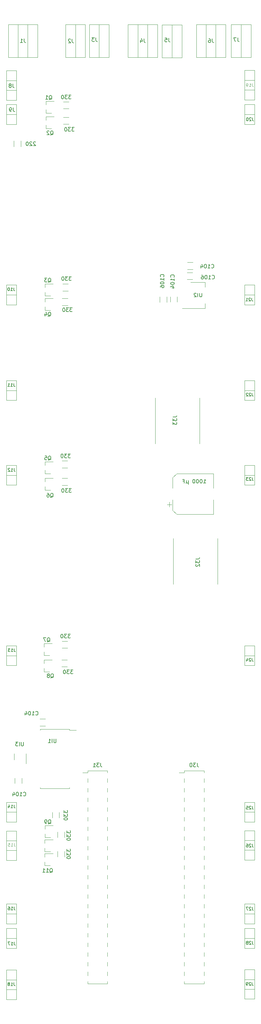
<source format=gbr>
%TF.GenerationSoftware,KiCad,Pcbnew,(6.0.7-1)-1*%
%TF.CreationDate,2023-12-02T14:15:27+01:00*%
%TF.ProjectId,11x3,31317833-2e6b-4696-9361-645f70636258,rev?*%
%TF.SameCoordinates,Original*%
%TF.FileFunction,Legend,Bot*%
%TF.FilePolarity,Positive*%
%FSLAX46Y46*%
G04 Gerber Fmt 4.6, Leading zero omitted, Abs format (unit mm)*
G04 Created by KiCad (PCBNEW (6.0.7-1)-1) date 2023-12-02 14:15:27*
%MOMM*%
%LPD*%
G01*
G04 APERTURE LIST*
%ADD10C,0.150000*%
%ADD11C,0.125000*%
%ADD12C,0.120000*%
G04 APERTURE END LIST*
D10*
%TO.C,J33*%
X92702380Y-127995476D02*
X93416666Y-127995476D01*
X93559523Y-127947857D01*
X93654761Y-127852619D01*
X93702380Y-127709761D01*
X93702380Y-127614523D01*
X92702380Y-128376428D02*
X92702380Y-128995476D01*
X93083333Y-128662142D01*
X93083333Y-128805000D01*
X93130952Y-128900238D01*
X93178571Y-128947857D01*
X93273809Y-128995476D01*
X93511904Y-128995476D01*
X93607142Y-128947857D01*
X93654761Y-128900238D01*
X93702380Y-128805000D01*
X93702380Y-128519285D01*
X93654761Y-128424047D01*
X93607142Y-128376428D01*
X92702380Y-129328809D02*
X92702380Y-129947857D01*
X93083333Y-129614523D01*
X93083333Y-129757380D01*
X93130952Y-129852619D01*
X93178571Y-129900238D01*
X93273809Y-129947857D01*
X93511904Y-129947857D01*
X93607142Y-129900238D01*
X93654761Y-129852619D01*
X93702380Y-129757380D01*
X93702380Y-129471666D01*
X93654761Y-129376428D01*
X93607142Y-129328809D01*
%TO.C,R9*%
X63968380Y-231378285D02*
X63968380Y-231997333D01*
X64349333Y-231664000D01*
X64349333Y-231806857D01*
X64396952Y-231902095D01*
X64444571Y-231949714D01*
X64539809Y-231997333D01*
X64777904Y-231997333D01*
X64873142Y-231949714D01*
X64920761Y-231902095D01*
X64968380Y-231806857D01*
X64968380Y-231521142D01*
X64920761Y-231425904D01*
X64873142Y-231378285D01*
X63968380Y-232330666D02*
X63968380Y-232949714D01*
X64349333Y-232616380D01*
X64349333Y-232759238D01*
X64396952Y-232854476D01*
X64444571Y-232902095D01*
X64539809Y-232949714D01*
X64777904Y-232949714D01*
X64873142Y-232902095D01*
X64920761Y-232854476D01*
X64968380Y-232759238D01*
X64968380Y-232473523D01*
X64920761Y-232378285D01*
X64873142Y-232330666D01*
X63968380Y-233568761D02*
X63968380Y-233664000D01*
X64016000Y-233759238D01*
X64063619Y-233806857D01*
X64158857Y-233854476D01*
X64349333Y-233902095D01*
X64587428Y-233902095D01*
X64777904Y-233854476D01*
X64873142Y-233806857D01*
X64920761Y-233759238D01*
X64968380Y-233664000D01*
X64968380Y-233568761D01*
X64920761Y-233473523D01*
X64873142Y-233425904D01*
X64777904Y-233378285D01*
X64587428Y-233330666D01*
X64349333Y-233330666D01*
X64158857Y-233378285D01*
X64063619Y-233425904D01*
X64016000Y-233473523D01*
X63968380Y-233568761D01*
%TO.C,R4*%
X66185714Y-99312380D02*
X65566666Y-99312380D01*
X65900000Y-99693333D01*
X65757142Y-99693333D01*
X65661904Y-99740952D01*
X65614285Y-99788571D01*
X65566666Y-99883809D01*
X65566666Y-100121904D01*
X65614285Y-100217142D01*
X65661904Y-100264761D01*
X65757142Y-100312380D01*
X66042857Y-100312380D01*
X66138095Y-100264761D01*
X66185714Y-100217142D01*
X65233333Y-99312380D02*
X64614285Y-99312380D01*
X64947619Y-99693333D01*
X64804761Y-99693333D01*
X64709523Y-99740952D01*
X64661904Y-99788571D01*
X64614285Y-99883809D01*
X64614285Y-100121904D01*
X64661904Y-100217142D01*
X64709523Y-100264761D01*
X64804761Y-100312380D01*
X65090476Y-100312380D01*
X65185714Y-100264761D01*
X65233333Y-100217142D01*
X63995238Y-99312380D02*
X63900000Y-99312380D01*
X63804761Y-99360000D01*
X63757142Y-99407619D01*
X63709523Y-99502857D01*
X63661904Y-99693333D01*
X63661904Y-99931428D01*
X63709523Y-100121904D01*
X63757142Y-100217142D01*
X63804761Y-100264761D01*
X63900000Y-100312380D01*
X63995238Y-100312380D01*
X64090476Y-100264761D01*
X64138095Y-100217142D01*
X64185714Y-100121904D01*
X64233333Y-99931428D01*
X64233333Y-99693333D01*
X64185714Y-99502857D01*
X64138095Y-99407619D01*
X64090476Y-99360000D01*
X63995238Y-99312380D01*
%TO.C,R1*%
X65865714Y-43412380D02*
X65246666Y-43412380D01*
X65580000Y-43793333D01*
X65437142Y-43793333D01*
X65341904Y-43840952D01*
X65294285Y-43888571D01*
X65246666Y-43983809D01*
X65246666Y-44221904D01*
X65294285Y-44317142D01*
X65341904Y-44364761D01*
X65437142Y-44412380D01*
X65722857Y-44412380D01*
X65818095Y-44364761D01*
X65865714Y-44317142D01*
X64913333Y-43412380D02*
X64294285Y-43412380D01*
X64627619Y-43793333D01*
X64484761Y-43793333D01*
X64389523Y-43840952D01*
X64341904Y-43888571D01*
X64294285Y-43983809D01*
X64294285Y-44221904D01*
X64341904Y-44317142D01*
X64389523Y-44364761D01*
X64484761Y-44412380D01*
X64770476Y-44412380D01*
X64865714Y-44364761D01*
X64913333Y-44317142D01*
X63675238Y-43412380D02*
X63580000Y-43412380D01*
X63484761Y-43460000D01*
X63437142Y-43507619D01*
X63389523Y-43602857D01*
X63341904Y-43793333D01*
X63341904Y-44031428D01*
X63389523Y-44221904D01*
X63437142Y-44317142D01*
X63484761Y-44364761D01*
X63580000Y-44412380D01*
X63675238Y-44412380D01*
X63770476Y-44364761D01*
X63818095Y-44317142D01*
X63865714Y-44221904D01*
X63913333Y-44031428D01*
X63913333Y-43793333D01*
X63865714Y-43602857D01*
X63818095Y-43507619D01*
X63770476Y-43460000D01*
X63675238Y-43412380D01*
%TO.C,CI6*%
X53329047Y-227477142D02*
X53376666Y-227524761D01*
X53519523Y-227572380D01*
X53614761Y-227572380D01*
X53757619Y-227524761D01*
X53852857Y-227429523D01*
X53900476Y-227334285D01*
X53948095Y-227143809D01*
X53948095Y-227000952D01*
X53900476Y-226810476D01*
X53852857Y-226715238D01*
X53757619Y-226620000D01*
X53614761Y-226572380D01*
X53519523Y-226572380D01*
X53376666Y-226620000D01*
X53329047Y-226667619D01*
X52376666Y-227572380D02*
X52948095Y-227572380D01*
X52662380Y-227572380D02*
X52662380Y-226572380D01*
X52757619Y-226715238D01*
X52852857Y-226810476D01*
X52948095Y-226858095D01*
X51757619Y-226572380D02*
X51662380Y-226572380D01*
X51567142Y-226620000D01*
X51519523Y-226667619D01*
X51471904Y-226762857D01*
X51424285Y-226953333D01*
X51424285Y-227191428D01*
X51471904Y-227381904D01*
X51519523Y-227477142D01*
X51567142Y-227524761D01*
X51662380Y-227572380D01*
X51757619Y-227572380D01*
X51852857Y-227524761D01*
X51900476Y-227477142D01*
X51948095Y-227381904D01*
X51995714Y-227191428D01*
X51995714Y-226953333D01*
X51948095Y-226762857D01*
X51900476Y-226667619D01*
X51852857Y-226620000D01*
X51757619Y-226572380D01*
X50567142Y-226905714D02*
X50567142Y-227572380D01*
X50805238Y-226524761D02*
X51043333Y-227239047D01*
X50424285Y-227239047D01*
%TO.C,CI2*%
X103019047Y-91647142D02*
X103066666Y-91694761D01*
X103209523Y-91742380D01*
X103304761Y-91742380D01*
X103447619Y-91694761D01*
X103542857Y-91599523D01*
X103590476Y-91504285D01*
X103638095Y-91313809D01*
X103638095Y-91170952D01*
X103590476Y-90980476D01*
X103542857Y-90885238D01*
X103447619Y-90790000D01*
X103304761Y-90742380D01*
X103209523Y-90742380D01*
X103066666Y-90790000D01*
X103019047Y-90837619D01*
X102066666Y-91742380D02*
X102638095Y-91742380D01*
X102352380Y-91742380D02*
X102352380Y-90742380D01*
X102447619Y-90885238D01*
X102542857Y-90980476D01*
X102638095Y-91028095D01*
X101447619Y-90742380D02*
X101352380Y-90742380D01*
X101257142Y-90790000D01*
X101209523Y-90837619D01*
X101161904Y-90932857D01*
X101114285Y-91123333D01*
X101114285Y-91361428D01*
X101161904Y-91551904D01*
X101209523Y-91647142D01*
X101257142Y-91694761D01*
X101352380Y-91742380D01*
X101447619Y-91742380D01*
X101542857Y-91694761D01*
X101590476Y-91647142D01*
X101638095Y-91551904D01*
X101685714Y-91361428D01*
X101685714Y-91123333D01*
X101638095Y-90932857D01*
X101590476Y-90837619D01*
X101542857Y-90790000D01*
X101447619Y-90742380D01*
X100257142Y-90742380D02*
X100447619Y-90742380D01*
X100542857Y-90790000D01*
X100590476Y-90837619D01*
X100685714Y-90980476D01*
X100733333Y-91170952D01*
X100733333Y-91551904D01*
X100685714Y-91647142D01*
X100638095Y-91694761D01*
X100542857Y-91742380D01*
X100352380Y-91742380D01*
X100257142Y-91694761D01*
X100209523Y-91647142D01*
X100161904Y-91551904D01*
X100161904Y-91313809D01*
X100209523Y-91218571D01*
X100257142Y-91170952D01*
X100352380Y-91123333D01*
X100542857Y-91123333D01*
X100638095Y-91170952D01*
X100685714Y-91218571D01*
X100733333Y-91313809D01*
%TO.C,J26*%
X113597619Y-240191904D02*
X113597619Y-240763333D01*
X113635714Y-240877619D01*
X113711904Y-240953809D01*
X113826190Y-240991904D01*
X113902380Y-240991904D01*
X113254761Y-240268095D02*
X113216666Y-240230000D01*
X113140476Y-240191904D01*
X112950000Y-240191904D01*
X112873809Y-240230000D01*
X112835714Y-240268095D01*
X112797619Y-240344285D01*
X112797619Y-240420476D01*
X112835714Y-240534761D01*
X113292857Y-240991904D01*
X112797619Y-240991904D01*
X112111904Y-240191904D02*
X112264285Y-240191904D01*
X112340476Y-240230000D01*
X112378571Y-240268095D01*
X112454761Y-240382380D01*
X112492857Y-240534761D01*
X112492857Y-240839523D01*
X112454761Y-240915714D01*
X112416666Y-240953809D01*
X112340476Y-240991904D01*
X112188095Y-240991904D01*
X112111904Y-240953809D01*
X112073809Y-240915714D01*
X112035714Y-240839523D01*
X112035714Y-240649047D01*
X112073809Y-240572857D01*
X112111904Y-240534761D01*
X112188095Y-240496666D01*
X112340476Y-240496666D01*
X112416666Y-240534761D01*
X112454761Y-240572857D01*
X112492857Y-240649047D01*
%TO.C,CP1*%
X100776190Y-145372380D02*
X101347619Y-145372380D01*
X101061904Y-145372380D02*
X101061904Y-144372380D01*
X101157142Y-144515238D01*
X101252380Y-144610476D01*
X101347619Y-144658095D01*
X100157142Y-144372380D02*
X100061904Y-144372380D01*
X99966666Y-144420000D01*
X99919047Y-144467619D01*
X99871428Y-144562857D01*
X99823809Y-144753333D01*
X99823809Y-144991428D01*
X99871428Y-145181904D01*
X99919047Y-145277142D01*
X99966666Y-145324761D01*
X100061904Y-145372380D01*
X100157142Y-145372380D01*
X100252380Y-145324761D01*
X100300000Y-145277142D01*
X100347619Y-145181904D01*
X100395238Y-144991428D01*
X100395238Y-144753333D01*
X100347619Y-144562857D01*
X100300000Y-144467619D01*
X100252380Y-144420000D01*
X100157142Y-144372380D01*
X99204761Y-144372380D02*
X99109523Y-144372380D01*
X99014285Y-144420000D01*
X98966666Y-144467619D01*
X98919047Y-144562857D01*
X98871428Y-144753333D01*
X98871428Y-144991428D01*
X98919047Y-145181904D01*
X98966666Y-145277142D01*
X99014285Y-145324761D01*
X99109523Y-145372380D01*
X99204761Y-145372380D01*
X99300000Y-145324761D01*
X99347619Y-145277142D01*
X99395238Y-145181904D01*
X99442857Y-144991428D01*
X99442857Y-144753333D01*
X99395238Y-144562857D01*
X99347619Y-144467619D01*
X99300000Y-144420000D01*
X99204761Y-144372380D01*
X98252380Y-144372380D02*
X98157142Y-144372380D01*
X98061904Y-144420000D01*
X98014285Y-144467619D01*
X97966666Y-144562857D01*
X97919047Y-144753333D01*
X97919047Y-144991428D01*
X97966666Y-145181904D01*
X98014285Y-145277142D01*
X98061904Y-145324761D01*
X98157142Y-145372380D01*
X98252380Y-145372380D01*
X98347619Y-145324761D01*
X98395238Y-145277142D01*
X98442857Y-145181904D01*
X98490476Y-144991428D01*
X98490476Y-144753333D01*
X98442857Y-144562857D01*
X98395238Y-144467619D01*
X98347619Y-144420000D01*
X98252380Y-144372380D01*
X96728571Y-144705714D02*
X96728571Y-145705714D01*
X96252380Y-145229523D02*
X96204761Y-145324761D01*
X96109523Y-145372380D01*
X96728571Y-145229523D02*
X96680952Y-145324761D01*
X96585714Y-145372380D01*
X96395238Y-145372380D01*
X96300000Y-145324761D01*
X96252380Y-145229523D01*
X96252380Y-144705714D01*
X95347619Y-144848571D02*
X95680952Y-144848571D01*
X95680952Y-145372380D02*
X95680952Y-144372380D01*
X95204761Y-144372380D01*
D11*
%TO.C,J19*%
X113567619Y-40341904D02*
X113567619Y-40913333D01*
X113605714Y-41027619D01*
X113681904Y-41103809D01*
X113796190Y-41141904D01*
X113872380Y-41141904D01*
X112767619Y-41141904D02*
X113224761Y-41141904D01*
X112996190Y-41141904D02*
X112996190Y-40341904D01*
X113072380Y-40456190D01*
X113148571Y-40532380D01*
X113224761Y-40570476D01*
X112386666Y-41141904D02*
X112234285Y-41141904D01*
X112158095Y-41103809D01*
X112120000Y-41065714D01*
X112043809Y-40951428D01*
X112005714Y-40799047D01*
X112005714Y-40494285D01*
X112043809Y-40418095D01*
X112081904Y-40380000D01*
X112158095Y-40341904D01*
X112310476Y-40341904D01*
X112386666Y-40380000D01*
X112424761Y-40418095D01*
X112462857Y-40494285D01*
X112462857Y-40684761D01*
X112424761Y-40760952D01*
X112386666Y-40799047D01*
X112310476Y-40837142D01*
X112158095Y-40837142D01*
X112081904Y-40799047D01*
X112043809Y-40760952D01*
X112005714Y-40684761D01*
D10*
%TO.C,CI5*%
X90277142Y-91140952D02*
X90324761Y-91093333D01*
X90372380Y-90950476D01*
X90372380Y-90855238D01*
X90324761Y-90712380D01*
X90229523Y-90617142D01*
X90134285Y-90569523D01*
X89943809Y-90521904D01*
X89800952Y-90521904D01*
X89610476Y-90569523D01*
X89515238Y-90617142D01*
X89420000Y-90712380D01*
X89372380Y-90855238D01*
X89372380Y-90950476D01*
X89420000Y-91093333D01*
X89467619Y-91140952D01*
X90372380Y-92093333D02*
X90372380Y-91521904D01*
X90372380Y-91807619D02*
X89372380Y-91807619D01*
X89515238Y-91712380D01*
X89610476Y-91617142D01*
X89658095Y-91521904D01*
X89372380Y-92712380D02*
X89372380Y-92807619D01*
X89420000Y-92902857D01*
X89467619Y-92950476D01*
X89562857Y-92998095D01*
X89753333Y-93045714D01*
X89991428Y-93045714D01*
X90181904Y-92998095D01*
X90277142Y-92950476D01*
X90324761Y-92902857D01*
X90372380Y-92807619D01*
X90372380Y-92712380D01*
X90324761Y-92617142D01*
X90277142Y-92569523D01*
X90181904Y-92521904D01*
X89991428Y-92474285D01*
X89753333Y-92474285D01*
X89562857Y-92521904D01*
X89467619Y-92569523D01*
X89420000Y-92617142D01*
X89372380Y-92712380D01*
X89372380Y-93902857D02*
X89372380Y-93712380D01*
X89420000Y-93617142D01*
X89467619Y-93569523D01*
X89610476Y-93474285D01*
X89800952Y-93426666D01*
X90181904Y-93426666D01*
X90277142Y-93474285D01*
X90324761Y-93521904D01*
X90372380Y-93617142D01*
X90372380Y-93807619D01*
X90324761Y-93902857D01*
X90277142Y-93950476D01*
X90181904Y-93998095D01*
X89943809Y-93998095D01*
X89848571Y-93950476D01*
X89800952Y-93902857D01*
X89753333Y-93807619D01*
X89753333Y-93617142D01*
X89800952Y-93521904D01*
X89848571Y-93474285D01*
X89943809Y-93426666D01*
%TO.C,R8*%
X66365714Y-194452380D02*
X65746666Y-194452380D01*
X66080000Y-194833333D01*
X65937142Y-194833333D01*
X65841904Y-194880952D01*
X65794285Y-194928571D01*
X65746666Y-195023809D01*
X65746666Y-195261904D01*
X65794285Y-195357142D01*
X65841904Y-195404761D01*
X65937142Y-195452380D01*
X66222857Y-195452380D01*
X66318095Y-195404761D01*
X66365714Y-195357142D01*
X65413333Y-194452380D02*
X64794285Y-194452380D01*
X65127619Y-194833333D01*
X64984761Y-194833333D01*
X64889523Y-194880952D01*
X64841904Y-194928571D01*
X64794285Y-195023809D01*
X64794285Y-195261904D01*
X64841904Y-195357142D01*
X64889523Y-195404761D01*
X64984761Y-195452380D01*
X65270476Y-195452380D01*
X65365714Y-195404761D01*
X65413333Y-195357142D01*
X64175238Y-194452380D02*
X64080000Y-194452380D01*
X63984761Y-194500000D01*
X63937142Y-194547619D01*
X63889523Y-194642857D01*
X63841904Y-194833333D01*
X63841904Y-195071428D01*
X63889523Y-195261904D01*
X63937142Y-195357142D01*
X63984761Y-195404761D01*
X64080000Y-195452380D01*
X64175238Y-195452380D01*
X64270476Y-195404761D01*
X64318095Y-195357142D01*
X64365714Y-195261904D01*
X64413333Y-195071428D01*
X64413333Y-194833333D01*
X64365714Y-194642857D01*
X64318095Y-194547619D01*
X64270476Y-194500000D01*
X64175238Y-194452380D01*
%TO.C,J22*%
X113547619Y-121721904D02*
X113547619Y-122293333D01*
X113585714Y-122407619D01*
X113661904Y-122483809D01*
X113776190Y-122521904D01*
X113852380Y-122521904D01*
X113204761Y-121798095D02*
X113166666Y-121760000D01*
X113090476Y-121721904D01*
X112900000Y-121721904D01*
X112823809Y-121760000D01*
X112785714Y-121798095D01*
X112747619Y-121874285D01*
X112747619Y-121950476D01*
X112785714Y-122064761D01*
X113242857Y-122521904D01*
X112747619Y-122521904D01*
X112442857Y-121798095D02*
X112404761Y-121760000D01*
X112328571Y-121721904D01*
X112138095Y-121721904D01*
X112061904Y-121760000D01*
X112023809Y-121798095D01*
X111985714Y-121874285D01*
X111985714Y-121950476D01*
X112023809Y-122064761D01*
X112480952Y-122521904D01*
X111985714Y-122521904D01*
%TO.C,Q7*%
X59575238Y-187113619D02*
X59670476Y-187066000D01*
X59765714Y-186970761D01*
X59908571Y-186827904D01*
X60003809Y-186780285D01*
X60099047Y-186780285D01*
X60051428Y-187018380D02*
X60146666Y-186970761D01*
X60241904Y-186875523D01*
X60289523Y-186685047D01*
X60289523Y-186351714D01*
X60241904Y-186161238D01*
X60146666Y-186066000D01*
X60051428Y-186018380D01*
X59860952Y-186018380D01*
X59765714Y-186066000D01*
X59670476Y-186161238D01*
X59622857Y-186351714D01*
X59622857Y-186685047D01*
X59670476Y-186875523D01*
X59765714Y-186970761D01*
X59860952Y-187018380D01*
X60051428Y-187018380D01*
X59289523Y-186018380D02*
X58622857Y-186018380D01*
X59051428Y-187018380D01*
%TO.C,Q2*%
X60415238Y-53927619D02*
X60510476Y-53880000D01*
X60605714Y-53784761D01*
X60748571Y-53641904D01*
X60843809Y-53594285D01*
X60939047Y-53594285D01*
X60891428Y-53832380D02*
X60986666Y-53784761D01*
X61081904Y-53689523D01*
X61129523Y-53499047D01*
X61129523Y-53165714D01*
X61081904Y-52975238D01*
X60986666Y-52880000D01*
X60891428Y-52832380D01*
X60700952Y-52832380D01*
X60605714Y-52880000D01*
X60510476Y-52975238D01*
X60462857Y-53165714D01*
X60462857Y-53499047D01*
X60510476Y-53689523D01*
X60605714Y-53784761D01*
X60700952Y-53832380D01*
X60891428Y-53832380D01*
X60081904Y-52927619D02*
X60034285Y-52880000D01*
X59939047Y-52832380D01*
X59700952Y-52832380D01*
X59605714Y-52880000D01*
X59558095Y-52927619D01*
X59510476Y-53022857D01*
X59510476Y-53118095D01*
X59558095Y-53260952D01*
X60129523Y-53832380D01*
X59510476Y-53832380D01*
%TO.C,J2*%
X66153333Y-28662380D02*
X66153333Y-29376666D01*
X66200952Y-29519523D01*
X66296190Y-29614761D01*
X66439047Y-29662380D01*
X66534285Y-29662380D01*
X65724761Y-28757619D02*
X65677142Y-28710000D01*
X65581904Y-28662380D01*
X65343809Y-28662380D01*
X65248571Y-28710000D01*
X65200952Y-28757619D01*
X65153333Y-28852857D01*
X65153333Y-28948095D01*
X65200952Y-29090952D01*
X65772380Y-29662380D01*
X65153333Y-29662380D01*
%TO.C,J21*%
X113477619Y-96711904D02*
X113477619Y-97283333D01*
X113515714Y-97397619D01*
X113591904Y-97473809D01*
X113706190Y-97511904D01*
X113782380Y-97511904D01*
X113134761Y-96788095D02*
X113096666Y-96750000D01*
X113020476Y-96711904D01*
X112830000Y-96711904D01*
X112753809Y-96750000D01*
X112715714Y-96788095D01*
X112677619Y-96864285D01*
X112677619Y-96940476D01*
X112715714Y-97054761D01*
X113172857Y-97511904D01*
X112677619Y-97511904D01*
X111915714Y-97511904D02*
X112372857Y-97511904D01*
X112144285Y-97511904D02*
X112144285Y-96711904D01*
X112220476Y-96826190D01*
X112296666Y-96902380D01*
X112372857Y-96940476D01*
%TO.C,UI3*%
X53330000Y-213412380D02*
X53330000Y-214221904D01*
X53282380Y-214317142D01*
X53234761Y-214364761D01*
X53139523Y-214412380D01*
X52949047Y-214412380D01*
X52853809Y-214364761D01*
X52806190Y-214317142D01*
X52758571Y-214221904D01*
X52758571Y-213412380D01*
X52282380Y-214412380D02*
X52282380Y-213412380D01*
X51901428Y-213412380D02*
X51282380Y-213412380D01*
X51615714Y-213793333D01*
X51472857Y-213793333D01*
X51377619Y-213840952D01*
X51330000Y-213888571D01*
X51282380Y-213983809D01*
X51282380Y-214221904D01*
X51330000Y-214317142D01*
X51377619Y-214364761D01*
X51472857Y-214412380D01*
X51758571Y-214412380D01*
X51853809Y-214364761D01*
X51901428Y-214317142D01*
%TO.C,Q3*%
X59829238Y-92625619D02*
X59924476Y-92578000D01*
X60019714Y-92482761D01*
X60162571Y-92339904D01*
X60257809Y-92292285D01*
X60353047Y-92292285D01*
X60305428Y-92530380D02*
X60400666Y-92482761D01*
X60495904Y-92387523D01*
X60543523Y-92197047D01*
X60543523Y-91863714D01*
X60495904Y-91673238D01*
X60400666Y-91578000D01*
X60305428Y-91530380D01*
X60114952Y-91530380D01*
X60019714Y-91578000D01*
X59924476Y-91673238D01*
X59876857Y-91863714D01*
X59876857Y-92197047D01*
X59924476Y-92387523D01*
X60019714Y-92482761D01*
X60114952Y-92530380D01*
X60305428Y-92530380D01*
X59543523Y-91530380D02*
X58924476Y-91530380D01*
X59257809Y-91911333D01*
X59114952Y-91911333D01*
X59019714Y-91958952D01*
X58972095Y-92006571D01*
X58924476Y-92101809D01*
X58924476Y-92339904D01*
X58972095Y-92435142D01*
X59019714Y-92482761D01*
X59114952Y-92530380D01*
X59400666Y-92530380D01*
X59495904Y-92482761D01*
X59543523Y-92435142D01*
%TO.C,R7*%
X65695714Y-185052380D02*
X65076666Y-185052380D01*
X65410000Y-185433333D01*
X65267142Y-185433333D01*
X65171904Y-185480952D01*
X65124285Y-185528571D01*
X65076666Y-185623809D01*
X65076666Y-185861904D01*
X65124285Y-185957142D01*
X65171904Y-186004761D01*
X65267142Y-186052380D01*
X65552857Y-186052380D01*
X65648095Y-186004761D01*
X65695714Y-185957142D01*
X64743333Y-185052380D02*
X64124285Y-185052380D01*
X64457619Y-185433333D01*
X64314761Y-185433333D01*
X64219523Y-185480952D01*
X64171904Y-185528571D01*
X64124285Y-185623809D01*
X64124285Y-185861904D01*
X64171904Y-185957142D01*
X64219523Y-186004761D01*
X64314761Y-186052380D01*
X64600476Y-186052380D01*
X64695714Y-186004761D01*
X64743333Y-185957142D01*
X63505238Y-185052380D02*
X63410000Y-185052380D01*
X63314761Y-185100000D01*
X63267142Y-185147619D01*
X63219523Y-185242857D01*
X63171904Y-185433333D01*
X63171904Y-185671428D01*
X63219523Y-185861904D01*
X63267142Y-185957142D01*
X63314761Y-186004761D01*
X63410000Y-186052380D01*
X63505238Y-186052380D01*
X63600476Y-186004761D01*
X63648095Y-185957142D01*
X63695714Y-185861904D01*
X63743333Y-185671428D01*
X63743333Y-185433333D01*
X63695714Y-185242857D01*
X63648095Y-185147619D01*
X63600476Y-185100000D01*
X63505238Y-185052380D01*
%TO.C,J9*%
X50633333Y-46732380D02*
X50633333Y-47446666D01*
X50680952Y-47589523D01*
X50776190Y-47684761D01*
X50919047Y-47732380D01*
X51014285Y-47732380D01*
X50109523Y-47732380D02*
X49919047Y-47732380D01*
X49823809Y-47684761D01*
X49776190Y-47637142D01*
X49680952Y-47494285D01*
X49633333Y-47303809D01*
X49633333Y-46922857D01*
X49680952Y-46827619D01*
X49728571Y-46780000D01*
X49823809Y-46732380D01*
X50014285Y-46732380D01*
X50109523Y-46780000D01*
X50157142Y-46827619D01*
X50204761Y-46922857D01*
X50204761Y-47160952D01*
X50157142Y-47256190D01*
X50109523Y-47303809D01*
X50014285Y-47351428D01*
X49823809Y-47351428D01*
X49728571Y-47303809D01*
X49680952Y-47256190D01*
X49633333Y-47160952D01*
%TO.C,R10*%
X64730380Y-236712285D02*
X64730380Y-237331333D01*
X65111333Y-236998000D01*
X65111333Y-237140857D01*
X65158952Y-237236095D01*
X65206571Y-237283714D01*
X65301809Y-237331333D01*
X65539904Y-237331333D01*
X65635142Y-237283714D01*
X65682761Y-237236095D01*
X65730380Y-237140857D01*
X65730380Y-236855142D01*
X65682761Y-236759904D01*
X65635142Y-236712285D01*
X64730380Y-237664666D02*
X64730380Y-238283714D01*
X65111333Y-237950380D01*
X65111333Y-238093238D01*
X65158952Y-238188476D01*
X65206571Y-238236095D01*
X65301809Y-238283714D01*
X65539904Y-238283714D01*
X65635142Y-238236095D01*
X65682761Y-238188476D01*
X65730380Y-238093238D01*
X65730380Y-237807523D01*
X65682761Y-237712285D01*
X65635142Y-237664666D01*
X64730380Y-238902761D02*
X64730380Y-238998000D01*
X64778000Y-239093238D01*
X64825619Y-239140857D01*
X64920857Y-239188476D01*
X65111333Y-239236095D01*
X65349428Y-239236095D01*
X65539904Y-239188476D01*
X65635142Y-239140857D01*
X65682761Y-239093238D01*
X65730380Y-238998000D01*
X65730380Y-238902761D01*
X65682761Y-238807523D01*
X65635142Y-238759904D01*
X65539904Y-238712285D01*
X65349428Y-238664666D01*
X65111333Y-238664666D01*
X64920857Y-238712285D01*
X64825619Y-238759904D01*
X64778000Y-238807523D01*
X64730380Y-238902761D01*
%TO.C,Q9*%
X59845238Y-234947619D02*
X59940476Y-234900000D01*
X60035714Y-234804761D01*
X60178571Y-234661904D01*
X60273809Y-234614285D01*
X60369047Y-234614285D01*
X60321428Y-234852380D02*
X60416666Y-234804761D01*
X60511904Y-234709523D01*
X60559523Y-234519047D01*
X60559523Y-234185714D01*
X60511904Y-233995238D01*
X60416666Y-233900000D01*
X60321428Y-233852380D01*
X60130952Y-233852380D01*
X60035714Y-233900000D01*
X59940476Y-233995238D01*
X59892857Y-234185714D01*
X59892857Y-234519047D01*
X59940476Y-234709523D01*
X60035714Y-234804761D01*
X60130952Y-234852380D01*
X60321428Y-234852380D01*
X59416666Y-234852380D02*
X59226190Y-234852380D01*
X59130952Y-234804761D01*
X59083333Y-234757142D01*
X58988095Y-234614285D01*
X58940476Y-234423809D01*
X58940476Y-234042857D01*
X58988095Y-233947619D01*
X59035714Y-233900000D01*
X59130952Y-233852380D01*
X59321428Y-233852380D01*
X59416666Y-233900000D01*
X59464285Y-233947619D01*
X59511904Y-234042857D01*
X59511904Y-234280952D01*
X59464285Y-234376190D01*
X59416666Y-234423809D01*
X59321428Y-234471428D01*
X59130952Y-234471428D01*
X59035714Y-234423809D01*
X58988095Y-234376190D01*
X58940476Y-234280952D01*
D11*
%TO.C,J15*%
X50837619Y-239981904D02*
X50837619Y-240553333D01*
X50875714Y-240667619D01*
X50951904Y-240743809D01*
X51066190Y-240781904D01*
X51142380Y-240781904D01*
X50037619Y-240781904D02*
X50494761Y-240781904D01*
X50266190Y-240781904D02*
X50266190Y-239981904D01*
X50342380Y-240096190D01*
X50418571Y-240172380D01*
X50494761Y-240210476D01*
X49313809Y-239981904D02*
X49694761Y-239981904D01*
X49732857Y-240362857D01*
X49694761Y-240324761D01*
X49618571Y-240286666D01*
X49428095Y-240286666D01*
X49351904Y-240324761D01*
X49313809Y-240362857D01*
X49275714Y-240439047D01*
X49275714Y-240629523D01*
X49313809Y-240705714D01*
X49351904Y-240743809D01*
X49428095Y-240781904D01*
X49618571Y-240781904D01*
X49694761Y-240743809D01*
X49732857Y-240705714D01*
D10*
%TO.C,Q8*%
X60515238Y-196567619D02*
X60610476Y-196520000D01*
X60705714Y-196424761D01*
X60848571Y-196281904D01*
X60943809Y-196234285D01*
X61039047Y-196234285D01*
X60991428Y-196472380D02*
X61086666Y-196424761D01*
X61181904Y-196329523D01*
X61229523Y-196139047D01*
X61229523Y-195805714D01*
X61181904Y-195615238D01*
X61086666Y-195520000D01*
X60991428Y-195472380D01*
X60800952Y-195472380D01*
X60705714Y-195520000D01*
X60610476Y-195615238D01*
X60562857Y-195805714D01*
X60562857Y-196139047D01*
X60610476Y-196329523D01*
X60705714Y-196424761D01*
X60800952Y-196472380D01*
X60991428Y-196472380D01*
X59991428Y-195900952D02*
X60086666Y-195853333D01*
X60134285Y-195805714D01*
X60181904Y-195710476D01*
X60181904Y-195662857D01*
X60134285Y-195567619D01*
X60086666Y-195520000D01*
X59991428Y-195472380D01*
X59800952Y-195472380D01*
X59705714Y-195520000D01*
X59658095Y-195567619D01*
X59610476Y-195662857D01*
X59610476Y-195710476D01*
X59658095Y-195805714D01*
X59705714Y-195853333D01*
X59800952Y-195900952D01*
X59991428Y-195900952D01*
X60086666Y-195948571D01*
X60134285Y-195996190D01*
X60181904Y-196091428D01*
X60181904Y-196281904D01*
X60134285Y-196377142D01*
X60086666Y-196424761D01*
X59991428Y-196472380D01*
X59800952Y-196472380D01*
X59705714Y-196424761D01*
X59658095Y-196377142D01*
X59610476Y-196281904D01*
X59610476Y-196091428D01*
X59658095Y-195996190D01*
X59705714Y-195948571D01*
X59800952Y-195900952D01*
%TO.C,J23*%
X113587619Y-143871904D02*
X113587619Y-144443333D01*
X113625714Y-144557619D01*
X113701904Y-144633809D01*
X113816190Y-144671904D01*
X113892380Y-144671904D01*
X113244761Y-143948095D02*
X113206666Y-143910000D01*
X113130476Y-143871904D01*
X112940000Y-143871904D01*
X112863809Y-143910000D01*
X112825714Y-143948095D01*
X112787619Y-144024285D01*
X112787619Y-144100476D01*
X112825714Y-144214761D01*
X113282857Y-144671904D01*
X112787619Y-144671904D01*
X112520952Y-143871904D02*
X112025714Y-143871904D01*
X112292380Y-144176666D01*
X112178095Y-144176666D01*
X112101904Y-144214761D01*
X112063809Y-144252857D01*
X112025714Y-144329047D01*
X112025714Y-144519523D01*
X112063809Y-144595714D01*
X112101904Y-144633809D01*
X112178095Y-144671904D01*
X112406666Y-144671904D01*
X112482857Y-144633809D01*
X112520952Y-144595714D01*
%TO.C,J10*%
X50777619Y-94011904D02*
X50777619Y-94583333D01*
X50815714Y-94697619D01*
X50891904Y-94773809D01*
X51006190Y-94811904D01*
X51082380Y-94811904D01*
X49977619Y-94811904D02*
X50434761Y-94811904D01*
X50206190Y-94811904D02*
X50206190Y-94011904D01*
X50282380Y-94126190D01*
X50358571Y-94202380D01*
X50434761Y-94240476D01*
X49482380Y-94011904D02*
X49406190Y-94011904D01*
X49330000Y-94050000D01*
X49291904Y-94088095D01*
X49253809Y-94164285D01*
X49215714Y-94316666D01*
X49215714Y-94507142D01*
X49253809Y-94659523D01*
X49291904Y-94735714D01*
X49330000Y-94773809D01*
X49406190Y-94811904D01*
X49482380Y-94811904D01*
X49558571Y-94773809D01*
X49596666Y-94735714D01*
X49634761Y-94659523D01*
X49672857Y-94507142D01*
X49672857Y-94316666D01*
X49634761Y-94164285D01*
X49596666Y-94088095D01*
X49558571Y-94050000D01*
X49482380Y-94011904D01*
%TO.C,J5*%
X91573333Y-28392380D02*
X91573333Y-29106666D01*
X91620952Y-29249523D01*
X91716190Y-29344761D01*
X91859047Y-29392380D01*
X91954285Y-29392380D01*
X90620952Y-28392380D02*
X91097142Y-28392380D01*
X91144761Y-28868571D01*
X91097142Y-28820952D01*
X91001904Y-28773333D01*
X90763809Y-28773333D01*
X90668571Y-28820952D01*
X90620952Y-28868571D01*
X90573333Y-28963809D01*
X90573333Y-29201904D01*
X90620952Y-29297142D01*
X90668571Y-29344761D01*
X90763809Y-29392380D01*
X91001904Y-29392380D01*
X91097142Y-29344761D01*
X91144761Y-29297142D01*
%TO.C,J17*%
X50877619Y-265931904D02*
X50877619Y-266503333D01*
X50915714Y-266617619D01*
X50991904Y-266693809D01*
X51106190Y-266731904D01*
X51182380Y-266731904D01*
X50077619Y-266731904D02*
X50534761Y-266731904D01*
X50306190Y-266731904D02*
X50306190Y-265931904D01*
X50382380Y-266046190D01*
X50458571Y-266122380D01*
X50534761Y-266160476D01*
X49810952Y-265931904D02*
X49277619Y-265931904D01*
X49620476Y-266731904D01*
%TO.C,Q5*%
X59829238Y-139361619D02*
X59924476Y-139314000D01*
X60019714Y-139218761D01*
X60162571Y-139075904D01*
X60257809Y-139028285D01*
X60353047Y-139028285D01*
X60305428Y-139266380D02*
X60400666Y-139218761D01*
X60495904Y-139123523D01*
X60543523Y-138933047D01*
X60543523Y-138599714D01*
X60495904Y-138409238D01*
X60400666Y-138314000D01*
X60305428Y-138266380D01*
X60114952Y-138266380D01*
X60019714Y-138314000D01*
X59924476Y-138409238D01*
X59876857Y-138599714D01*
X59876857Y-138933047D01*
X59924476Y-139123523D01*
X60019714Y-139218761D01*
X60114952Y-139266380D01*
X60305428Y-139266380D01*
X58972095Y-138266380D02*
X59448285Y-138266380D01*
X59495904Y-138742571D01*
X59448285Y-138694952D01*
X59353047Y-138647333D01*
X59114952Y-138647333D01*
X59019714Y-138694952D01*
X58972095Y-138742571D01*
X58924476Y-138837809D01*
X58924476Y-139075904D01*
X58972095Y-139171142D01*
X59019714Y-139218761D01*
X59114952Y-139266380D01*
X59353047Y-139266380D01*
X59448285Y-139218761D01*
X59495904Y-139171142D01*
%TO.C,R2*%
X66695714Y-51912380D02*
X66076666Y-51912380D01*
X66410000Y-52293333D01*
X66267142Y-52293333D01*
X66171904Y-52340952D01*
X66124285Y-52388571D01*
X66076666Y-52483809D01*
X66076666Y-52721904D01*
X66124285Y-52817142D01*
X66171904Y-52864761D01*
X66267142Y-52912380D01*
X66552857Y-52912380D01*
X66648095Y-52864761D01*
X66695714Y-52817142D01*
X65743333Y-51912380D02*
X65124285Y-51912380D01*
X65457619Y-52293333D01*
X65314761Y-52293333D01*
X65219523Y-52340952D01*
X65171904Y-52388571D01*
X65124285Y-52483809D01*
X65124285Y-52721904D01*
X65171904Y-52817142D01*
X65219523Y-52864761D01*
X65314761Y-52912380D01*
X65600476Y-52912380D01*
X65695714Y-52864761D01*
X65743333Y-52817142D01*
X64505238Y-51912380D02*
X64410000Y-51912380D01*
X64314761Y-51960000D01*
X64267142Y-52007619D01*
X64219523Y-52102857D01*
X64171904Y-52293333D01*
X64171904Y-52531428D01*
X64219523Y-52721904D01*
X64267142Y-52817142D01*
X64314761Y-52864761D01*
X64410000Y-52912380D01*
X64505238Y-52912380D01*
X64600476Y-52864761D01*
X64648095Y-52817142D01*
X64695714Y-52721904D01*
X64743333Y-52531428D01*
X64743333Y-52293333D01*
X64695714Y-52102857D01*
X64648095Y-52007619D01*
X64600476Y-51960000D01*
X64505238Y-51912380D01*
%TO.C,J3*%
X72393333Y-28322380D02*
X72393333Y-29036666D01*
X72440952Y-29179523D01*
X72536190Y-29274761D01*
X72679047Y-29322380D01*
X72774285Y-29322380D01*
X72012380Y-28322380D02*
X71393333Y-28322380D01*
X71726666Y-28703333D01*
X71583809Y-28703333D01*
X71488571Y-28750952D01*
X71440952Y-28798571D01*
X71393333Y-28893809D01*
X71393333Y-29131904D01*
X71440952Y-29227142D01*
X71488571Y-29274761D01*
X71583809Y-29322380D01*
X71869523Y-29322380D01*
X71964761Y-29274761D01*
X72012380Y-29227142D01*
%TO.C,J11*%
X50787619Y-119141904D02*
X50787619Y-119713333D01*
X50825714Y-119827619D01*
X50901904Y-119903809D01*
X51016190Y-119941904D01*
X51092380Y-119941904D01*
X49987619Y-119941904D02*
X50444761Y-119941904D01*
X50216190Y-119941904D02*
X50216190Y-119141904D01*
X50292380Y-119256190D01*
X50368571Y-119332380D01*
X50444761Y-119370476D01*
X49225714Y-119941904D02*
X49682857Y-119941904D01*
X49454285Y-119941904D02*
X49454285Y-119141904D01*
X49530476Y-119256190D01*
X49606666Y-119332380D01*
X49682857Y-119370476D01*
%TO.C,CI1*%
X56549047Y-206247142D02*
X56596666Y-206294761D01*
X56739523Y-206342380D01*
X56834761Y-206342380D01*
X56977619Y-206294761D01*
X57072857Y-206199523D01*
X57120476Y-206104285D01*
X57168095Y-205913809D01*
X57168095Y-205770952D01*
X57120476Y-205580476D01*
X57072857Y-205485238D01*
X56977619Y-205390000D01*
X56834761Y-205342380D01*
X56739523Y-205342380D01*
X56596666Y-205390000D01*
X56549047Y-205437619D01*
X55596666Y-206342380D02*
X56168095Y-206342380D01*
X55882380Y-206342380D02*
X55882380Y-205342380D01*
X55977619Y-205485238D01*
X56072857Y-205580476D01*
X56168095Y-205628095D01*
X54977619Y-205342380D02*
X54882380Y-205342380D01*
X54787142Y-205390000D01*
X54739523Y-205437619D01*
X54691904Y-205532857D01*
X54644285Y-205723333D01*
X54644285Y-205961428D01*
X54691904Y-206151904D01*
X54739523Y-206247142D01*
X54787142Y-206294761D01*
X54882380Y-206342380D01*
X54977619Y-206342380D01*
X55072857Y-206294761D01*
X55120476Y-206247142D01*
X55168095Y-206151904D01*
X55215714Y-205961428D01*
X55215714Y-205723333D01*
X55168095Y-205532857D01*
X55120476Y-205437619D01*
X55072857Y-205390000D01*
X54977619Y-205342380D01*
X53787142Y-205675714D02*
X53787142Y-206342380D01*
X54025238Y-205294761D02*
X54263333Y-206009047D01*
X53644285Y-206009047D01*
%TO.C,R3*%
X65935714Y-91122380D02*
X65316666Y-91122380D01*
X65650000Y-91503333D01*
X65507142Y-91503333D01*
X65411904Y-91550952D01*
X65364285Y-91598571D01*
X65316666Y-91693809D01*
X65316666Y-91931904D01*
X65364285Y-92027142D01*
X65411904Y-92074761D01*
X65507142Y-92122380D01*
X65792857Y-92122380D01*
X65888095Y-92074761D01*
X65935714Y-92027142D01*
X64983333Y-91122380D02*
X64364285Y-91122380D01*
X64697619Y-91503333D01*
X64554761Y-91503333D01*
X64459523Y-91550952D01*
X64411904Y-91598571D01*
X64364285Y-91693809D01*
X64364285Y-91931904D01*
X64411904Y-92027142D01*
X64459523Y-92074761D01*
X64554761Y-92122380D01*
X64840476Y-92122380D01*
X64935714Y-92074761D01*
X64983333Y-92027142D01*
X63745238Y-91122380D02*
X63650000Y-91122380D01*
X63554761Y-91170000D01*
X63507142Y-91217619D01*
X63459523Y-91312857D01*
X63411904Y-91503333D01*
X63411904Y-91741428D01*
X63459523Y-91931904D01*
X63507142Y-92027142D01*
X63554761Y-92074761D01*
X63650000Y-92122380D01*
X63745238Y-92122380D01*
X63840476Y-92074761D01*
X63888095Y-92027142D01*
X63935714Y-91931904D01*
X63983333Y-91741428D01*
X63983333Y-91503333D01*
X63935714Y-91312857D01*
X63888095Y-91217619D01*
X63840476Y-91170000D01*
X63745238Y-91122380D01*
%TO.C,R6*%
X65955714Y-146802380D02*
X65336666Y-146802380D01*
X65670000Y-147183333D01*
X65527142Y-147183333D01*
X65431904Y-147230952D01*
X65384285Y-147278571D01*
X65336666Y-147373809D01*
X65336666Y-147611904D01*
X65384285Y-147707142D01*
X65431904Y-147754761D01*
X65527142Y-147802380D01*
X65812857Y-147802380D01*
X65908095Y-147754761D01*
X65955714Y-147707142D01*
X65003333Y-146802380D02*
X64384285Y-146802380D01*
X64717619Y-147183333D01*
X64574761Y-147183333D01*
X64479523Y-147230952D01*
X64431904Y-147278571D01*
X64384285Y-147373809D01*
X64384285Y-147611904D01*
X64431904Y-147707142D01*
X64479523Y-147754761D01*
X64574761Y-147802380D01*
X64860476Y-147802380D01*
X64955714Y-147754761D01*
X65003333Y-147707142D01*
X63765238Y-146802380D02*
X63670000Y-146802380D01*
X63574761Y-146850000D01*
X63527142Y-146897619D01*
X63479523Y-146992857D01*
X63431904Y-147183333D01*
X63431904Y-147421428D01*
X63479523Y-147611904D01*
X63527142Y-147707142D01*
X63574761Y-147754761D01*
X63670000Y-147802380D01*
X63765238Y-147802380D01*
X63860476Y-147754761D01*
X63908095Y-147707142D01*
X63955714Y-147611904D01*
X64003333Y-147421428D01*
X64003333Y-147183333D01*
X63955714Y-146992857D01*
X63908095Y-146897619D01*
X63860476Y-146850000D01*
X63765238Y-146802380D01*
%TO.C,CI4*%
X92987142Y-91260952D02*
X93034761Y-91213333D01*
X93082380Y-91070476D01*
X93082380Y-90975238D01*
X93034761Y-90832380D01*
X92939523Y-90737142D01*
X92844285Y-90689523D01*
X92653809Y-90641904D01*
X92510952Y-90641904D01*
X92320476Y-90689523D01*
X92225238Y-90737142D01*
X92130000Y-90832380D01*
X92082380Y-90975238D01*
X92082380Y-91070476D01*
X92130000Y-91213333D01*
X92177619Y-91260952D01*
X93082380Y-92213333D02*
X93082380Y-91641904D01*
X93082380Y-91927619D02*
X92082380Y-91927619D01*
X92225238Y-91832380D01*
X92320476Y-91737142D01*
X92368095Y-91641904D01*
X92082380Y-92832380D02*
X92082380Y-92927619D01*
X92130000Y-93022857D01*
X92177619Y-93070476D01*
X92272857Y-93118095D01*
X92463333Y-93165714D01*
X92701428Y-93165714D01*
X92891904Y-93118095D01*
X92987142Y-93070476D01*
X93034761Y-93022857D01*
X93082380Y-92927619D01*
X93082380Y-92832380D01*
X93034761Y-92737142D01*
X92987142Y-92689523D01*
X92891904Y-92641904D01*
X92701428Y-92594285D01*
X92463333Y-92594285D01*
X92272857Y-92641904D01*
X92177619Y-92689523D01*
X92130000Y-92737142D01*
X92082380Y-92832380D01*
X92415714Y-94022857D02*
X93082380Y-94022857D01*
X92034761Y-93784761D02*
X92749047Y-93546666D01*
X92749047Y-94165714D01*
%TO.C,J24*%
X113567619Y-191371904D02*
X113567619Y-191943333D01*
X113605714Y-192057619D01*
X113681904Y-192133809D01*
X113796190Y-192171904D01*
X113872380Y-192171904D01*
X113224761Y-191448095D02*
X113186666Y-191410000D01*
X113110476Y-191371904D01*
X112920000Y-191371904D01*
X112843809Y-191410000D01*
X112805714Y-191448095D01*
X112767619Y-191524285D01*
X112767619Y-191600476D01*
X112805714Y-191714761D01*
X113262857Y-192171904D01*
X112767619Y-192171904D01*
X112081904Y-191638571D02*
X112081904Y-192171904D01*
X112272380Y-191333809D02*
X112462857Y-191905238D01*
X111967619Y-191905238D01*
%TO.C,R11*%
X64730380Y-241538285D02*
X64730380Y-242157333D01*
X65111333Y-241824000D01*
X65111333Y-241966857D01*
X65158952Y-242062095D01*
X65206571Y-242109714D01*
X65301809Y-242157333D01*
X65539904Y-242157333D01*
X65635142Y-242109714D01*
X65682761Y-242062095D01*
X65730380Y-241966857D01*
X65730380Y-241681142D01*
X65682761Y-241585904D01*
X65635142Y-241538285D01*
X64730380Y-242490666D02*
X64730380Y-243109714D01*
X65111333Y-242776380D01*
X65111333Y-242919238D01*
X65158952Y-243014476D01*
X65206571Y-243062095D01*
X65301809Y-243109714D01*
X65539904Y-243109714D01*
X65635142Y-243062095D01*
X65682761Y-243014476D01*
X65730380Y-242919238D01*
X65730380Y-242633523D01*
X65682761Y-242538285D01*
X65635142Y-242490666D01*
X64730380Y-243728761D02*
X64730380Y-243824000D01*
X64778000Y-243919238D01*
X64825619Y-243966857D01*
X64920857Y-244014476D01*
X65111333Y-244062095D01*
X65349428Y-244062095D01*
X65539904Y-244014476D01*
X65635142Y-243966857D01*
X65682761Y-243919238D01*
X65730380Y-243824000D01*
X65730380Y-243728761D01*
X65682761Y-243633523D01*
X65635142Y-243585904D01*
X65539904Y-243538285D01*
X65349428Y-243490666D01*
X65111333Y-243490666D01*
X64920857Y-243538285D01*
X64825619Y-243585904D01*
X64778000Y-243633523D01*
X64730380Y-243728761D01*
%TO.C,J8*%
X50523333Y-40422380D02*
X50523333Y-41136666D01*
X50570952Y-41279523D01*
X50666190Y-41374761D01*
X50809047Y-41422380D01*
X50904285Y-41422380D01*
X49904285Y-40850952D02*
X49999523Y-40803333D01*
X50047142Y-40755714D01*
X50094761Y-40660476D01*
X50094761Y-40612857D01*
X50047142Y-40517619D01*
X49999523Y-40470000D01*
X49904285Y-40422380D01*
X49713809Y-40422380D01*
X49618571Y-40470000D01*
X49570952Y-40517619D01*
X49523333Y-40612857D01*
X49523333Y-40660476D01*
X49570952Y-40755714D01*
X49618571Y-40803333D01*
X49713809Y-40850952D01*
X49904285Y-40850952D01*
X49999523Y-40898571D01*
X50047142Y-40946190D01*
X50094761Y-41041428D01*
X50094761Y-41231904D01*
X50047142Y-41327142D01*
X49999523Y-41374761D01*
X49904285Y-41422380D01*
X49713809Y-41422380D01*
X49618571Y-41374761D01*
X49570952Y-41327142D01*
X49523333Y-41231904D01*
X49523333Y-41041428D01*
X49570952Y-40946190D01*
X49618571Y-40898571D01*
X49713809Y-40850952D01*
%TO.C,J18*%
X50817619Y-276611904D02*
X50817619Y-277183333D01*
X50855714Y-277297619D01*
X50931904Y-277373809D01*
X51046190Y-277411904D01*
X51122380Y-277411904D01*
X50017619Y-277411904D02*
X50474761Y-277411904D01*
X50246190Y-277411904D02*
X50246190Y-276611904D01*
X50322380Y-276726190D01*
X50398571Y-276802380D01*
X50474761Y-276840476D01*
X49560476Y-276954761D02*
X49636666Y-276916666D01*
X49674761Y-276878571D01*
X49712857Y-276802380D01*
X49712857Y-276764285D01*
X49674761Y-276688095D01*
X49636666Y-276650000D01*
X49560476Y-276611904D01*
X49408095Y-276611904D01*
X49331904Y-276650000D01*
X49293809Y-276688095D01*
X49255714Y-276764285D01*
X49255714Y-276802380D01*
X49293809Y-276878571D01*
X49331904Y-276916666D01*
X49408095Y-276954761D01*
X49560476Y-276954761D01*
X49636666Y-276992857D01*
X49674761Y-277030952D01*
X49712857Y-277107142D01*
X49712857Y-277259523D01*
X49674761Y-277335714D01*
X49636666Y-277373809D01*
X49560476Y-277411904D01*
X49408095Y-277411904D01*
X49331904Y-277373809D01*
X49293809Y-277335714D01*
X49255714Y-277259523D01*
X49255714Y-277107142D01*
X49293809Y-277030952D01*
X49331904Y-276992857D01*
X49408095Y-276954761D01*
%TO.C,J32*%
X98712380Y-165305476D02*
X99426666Y-165305476D01*
X99569523Y-165257857D01*
X99664761Y-165162619D01*
X99712380Y-165019761D01*
X99712380Y-164924523D01*
X98712380Y-165686428D02*
X98712380Y-166305476D01*
X99093333Y-165972142D01*
X99093333Y-166115000D01*
X99140952Y-166210238D01*
X99188571Y-166257857D01*
X99283809Y-166305476D01*
X99521904Y-166305476D01*
X99617142Y-166257857D01*
X99664761Y-166210238D01*
X99712380Y-166115000D01*
X99712380Y-165829285D01*
X99664761Y-165734047D01*
X99617142Y-165686428D01*
X98807619Y-166686428D02*
X98760000Y-166734047D01*
X98712380Y-166829285D01*
X98712380Y-167067380D01*
X98760000Y-167162619D01*
X98807619Y-167210238D01*
X98902857Y-167257857D01*
X98998095Y-167257857D01*
X99140952Y-167210238D01*
X99712380Y-166638809D01*
X99712380Y-167257857D01*
%TO.C,J12*%
X50837619Y-141471904D02*
X50837619Y-142043333D01*
X50875714Y-142157619D01*
X50951904Y-142233809D01*
X51066190Y-142271904D01*
X51142380Y-142271904D01*
X50037619Y-142271904D02*
X50494761Y-142271904D01*
X50266190Y-142271904D02*
X50266190Y-141471904D01*
X50342380Y-141586190D01*
X50418571Y-141662380D01*
X50494761Y-141700476D01*
X49732857Y-141548095D02*
X49694761Y-141510000D01*
X49618571Y-141471904D01*
X49428095Y-141471904D01*
X49351904Y-141510000D01*
X49313809Y-141548095D01*
X49275714Y-141624285D01*
X49275714Y-141700476D01*
X49313809Y-141814761D01*
X49770952Y-142271904D01*
X49275714Y-142271904D01*
%TO.C,J28*%
X113587619Y-265771904D02*
X113587619Y-266343333D01*
X113625714Y-266457619D01*
X113701904Y-266533809D01*
X113816190Y-266571904D01*
X113892380Y-266571904D01*
X113244761Y-265848095D02*
X113206666Y-265810000D01*
X113130476Y-265771904D01*
X112940000Y-265771904D01*
X112863809Y-265810000D01*
X112825714Y-265848095D01*
X112787619Y-265924285D01*
X112787619Y-266000476D01*
X112825714Y-266114761D01*
X113282857Y-266571904D01*
X112787619Y-266571904D01*
X112330476Y-266114761D02*
X112406666Y-266076666D01*
X112444761Y-266038571D01*
X112482857Y-265962380D01*
X112482857Y-265924285D01*
X112444761Y-265848095D01*
X112406666Y-265810000D01*
X112330476Y-265771904D01*
X112178095Y-265771904D01*
X112101904Y-265810000D01*
X112063809Y-265848095D01*
X112025714Y-265924285D01*
X112025714Y-265962380D01*
X112063809Y-266038571D01*
X112101904Y-266076666D01*
X112178095Y-266114761D01*
X112330476Y-266114761D01*
X112406666Y-266152857D01*
X112444761Y-266190952D01*
X112482857Y-266267142D01*
X112482857Y-266419523D01*
X112444761Y-266495714D01*
X112406666Y-266533809D01*
X112330476Y-266571904D01*
X112178095Y-266571904D01*
X112101904Y-266533809D01*
X112063809Y-266495714D01*
X112025714Y-266419523D01*
X112025714Y-266267142D01*
X112063809Y-266190952D01*
X112101904Y-266152857D01*
X112178095Y-266114761D01*
%TO.C,J25*%
X113577619Y-230261904D02*
X113577619Y-230833333D01*
X113615714Y-230947619D01*
X113691904Y-231023809D01*
X113806190Y-231061904D01*
X113882380Y-231061904D01*
X113234761Y-230338095D02*
X113196666Y-230300000D01*
X113120476Y-230261904D01*
X112930000Y-230261904D01*
X112853809Y-230300000D01*
X112815714Y-230338095D01*
X112777619Y-230414285D01*
X112777619Y-230490476D01*
X112815714Y-230604761D01*
X113272857Y-231061904D01*
X112777619Y-231061904D01*
X112053809Y-230261904D02*
X112434761Y-230261904D01*
X112472857Y-230642857D01*
X112434761Y-230604761D01*
X112358571Y-230566666D01*
X112168095Y-230566666D01*
X112091904Y-230604761D01*
X112053809Y-230642857D01*
X112015714Y-230719047D01*
X112015714Y-230909523D01*
X112053809Y-230985714D01*
X112091904Y-231023809D01*
X112168095Y-231061904D01*
X112358571Y-231061904D01*
X112434761Y-231023809D01*
X112472857Y-230985714D01*
%TO.C,J31*%
X73652523Y-218932380D02*
X73652523Y-219646666D01*
X73700142Y-219789523D01*
X73795380Y-219884761D01*
X73938238Y-219932380D01*
X74033476Y-219932380D01*
X73271571Y-218932380D02*
X72652523Y-218932380D01*
X72985857Y-219313333D01*
X72843000Y-219313333D01*
X72747761Y-219360952D01*
X72700142Y-219408571D01*
X72652523Y-219503809D01*
X72652523Y-219741904D01*
X72700142Y-219837142D01*
X72747761Y-219884761D01*
X72843000Y-219932380D01*
X73128714Y-219932380D01*
X73223952Y-219884761D01*
X73271571Y-219837142D01*
X71700142Y-219932380D02*
X72271571Y-219932380D01*
X71985857Y-219932380D02*
X71985857Y-218932380D01*
X72081095Y-219075238D01*
X72176333Y-219170476D01*
X72271571Y-219218095D01*
%TO.C,J14*%
X50837619Y-229891904D02*
X50837619Y-230463333D01*
X50875714Y-230577619D01*
X50951904Y-230653809D01*
X51066190Y-230691904D01*
X51142380Y-230691904D01*
X50037619Y-230691904D02*
X50494761Y-230691904D01*
X50266190Y-230691904D02*
X50266190Y-229891904D01*
X50342380Y-230006190D01*
X50418571Y-230082380D01*
X50494761Y-230120476D01*
X49351904Y-230158571D02*
X49351904Y-230691904D01*
X49542380Y-229853809D02*
X49732857Y-230425238D01*
X49237619Y-230425238D01*
%TO.C,UI1*%
X61920000Y-212592380D02*
X61920000Y-213401904D01*
X61872380Y-213497142D01*
X61824761Y-213544761D01*
X61729523Y-213592380D01*
X61539047Y-213592380D01*
X61443809Y-213544761D01*
X61396190Y-213497142D01*
X61348571Y-213401904D01*
X61348571Y-212592380D01*
X60872380Y-213592380D02*
X60872380Y-212592380D01*
X59872380Y-213592380D02*
X60443809Y-213592380D01*
X60158095Y-213592380D02*
X60158095Y-212592380D01*
X60253333Y-212735238D01*
X60348571Y-212830476D01*
X60443809Y-212878095D01*
%TO.C,CI3*%
X102859047Y-88777142D02*
X102906666Y-88824761D01*
X103049523Y-88872380D01*
X103144761Y-88872380D01*
X103287619Y-88824761D01*
X103382857Y-88729523D01*
X103430476Y-88634285D01*
X103478095Y-88443809D01*
X103478095Y-88300952D01*
X103430476Y-88110476D01*
X103382857Y-88015238D01*
X103287619Y-87920000D01*
X103144761Y-87872380D01*
X103049523Y-87872380D01*
X102906666Y-87920000D01*
X102859047Y-87967619D01*
X101906666Y-88872380D02*
X102478095Y-88872380D01*
X102192380Y-88872380D02*
X102192380Y-87872380D01*
X102287619Y-88015238D01*
X102382857Y-88110476D01*
X102478095Y-88158095D01*
X101287619Y-87872380D02*
X101192380Y-87872380D01*
X101097142Y-87920000D01*
X101049523Y-87967619D01*
X101001904Y-88062857D01*
X100954285Y-88253333D01*
X100954285Y-88491428D01*
X101001904Y-88681904D01*
X101049523Y-88777142D01*
X101097142Y-88824761D01*
X101192380Y-88872380D01*
X101287619Y-88872380D01*
X101382857Y-88824761D01*
X101430476Y-88777142D01*
X101478095Y-88681904D01*
X101525714Y-88491428D01*
X101525714Y-88253333D01*
X101478095Y-88062857D01*
X101430476Y-87967619D01*
X101382857Y-87920000D01*
X101287619Y-87872380D01*
X100097142Y-88205714D02*
X100097142Y-88872380D01*
X100335238Y-87824761D02*
X100573333Y-88539047D01*
X99954285Y-88539047D01*
%TO.C,J29*%
X113557619Y-276561904D02*
X113557619Y-277133333D01*
X113595714Y-277247619D01*
X113671904Y-277323809D01*
X113786190Y-277361904D01*
X113862380Y-277361904D01*
X113214761Y-276638095D02*
X113176666Y-276600000D01*
X113100476Y-276561904D01*
X112910000Y-276561904D01*
X112833809Y-276600000D01*
X112795714Y-276638095D01*
X112757619Y-276714285D01*
X112757619Y-276790476D01*
X112795714Y-276904761D01*
X113252857Y-277361904D01*
X112757619Y-277361904D01*
X112376666Y-277361904D02*
X112224285Y-277361904D01*
X112148095Y-277323809D01*
X112110000Y-277285714D01*
X112033809Y-277171428D01*
X111995714Y-277019047D01*
X111995714Y-276714285D01*
X112033809Y-276638095D01*
X112071904Y-276600000D01*
X112148095Y-276561904D01*
X112300476Y-276561904D01*
X112376666Y-276600000D01*
X112414761Y-276638095D01*
X112452857Y-276714285D01*
X112452857Y-276904761D01*
X112414761Y-276980952D01*
X112376666Y-277019047D01*
X112300476Y-277057142D01*
X112148095Y-277057142D01*
X112071904Y-277019047D01*
X112033809Y-276980952D01*
X111995714Y-276904761D01*
%TO.C,RI1*%
X56488095Y-55787619D02*
X56440476Y-55740000D01*
X56345238Y-55692380D01*
X56107142Y-55692380D01*
X56011904Y-55740000D01*
X55964285Y-55787619D01*
X55916666Y-55882857D01*
X55916666Y-55978095D01*
X55964285Y-56120952D01*
X56535714Y-56692380D01*
X55916666Y-56692380D01*
X55535714Y-55787619D02*
X55488095Y-55740000D01*
X55392857Y-55692380D01*
X55154761Y-55692380D01*
X55059523Y-55740000D01*
X55011904Y-55787619D01*
X54964285Y-55882857D01*
X54964285Y-55978095D01*
X55011904Y-56120952D01*
X55583333Y-56692380D01*
X54964285Y-56692380D01*
X54345238Y-55692380D02*
X54250000Y-55692380D01*
X54154761Y-55740000D01*
X54107142Y-55787619D01*
X54059523Y-55882857D01*
X54011904Y-56073333D01*
X54011904Y-56311428D01*
X54059523Y-56501904D01*
X54107142Y-56597142D01*
X54154761Y-56644761D01*
X54250000Y-56692380D01*
X54345238Y-56692380D01*
X54440476Y-56644761D01*
X54488095Y-56597142D01*
X54535714Y-56501904D01*
X54583333Y-56311428D01*
X54583333Y-56073333D01*
X54535714Y-55882857D01*
X54488095Y-55787619D01*
X54440476Y-55740000D01*
X54345238Y-55692380D01*
%TO.C,Q11*%
X60251428Y-247737619D02*
X60346666Y-247690000D01*
X60441904Y-247594761D01*
X60584761Y-247451904D01*
X60680000Y-247404285D01*
X60775238Y-247404285D01*
X60727619Y-247642380D02*
X60822857Y-247594761D01*
X60918095Y-247499523D01*
X60965714Y-247309047D01*
X60965714Y-246975714D01*
X60918095Y-246785238D01*
X60822857Y-246690000D01*
X60727619Y-246642380D01*
X60537142Y-246642380D01*
X60441904Y-246690000D01*
X60346666Y-246785238D01*
X60299047Y-246975714D01*
X60299047Y-247309047D01*
X60346666Y-247499523D01*
X60441904Y-247594761D01*
X60537142Y-247642380D01*
X60727619Y-247642380D01*
X59346666Y-247642380D02*
X59918095Y-247642380D01*
X59632380Y-247642380D02*
X59632380Y-246642380D01*
X59727619Y-246785238D01*
X59822857Y-246880476D01*
X59918095Y-246928095D01*
X58394285Y-247642380D02*
X58965714Y-247642380D01*
X58680000Y-247642380D02*
X58680000Y-246642380D01*
X58775238Y-246785238D01*
X58870476Y-246880476D01*
X58965714Y-246928095D01*
%TO.C,Q1*%
X60083238Y-44619619D02*
X60178476Y-44572000D01*
X60273714Y-44476761D01*
X60416571Y-44333904D01*
X60511809Y-44286285D01*
X60607047Y-44286285D01*
X60559428Y-44524380D02*
X60654666Y-44476761D01*
X60749904Y-44381523D01*
X60797523Y-44191047D01*
X60797523Y-43857714D01*
X60749904Y-43667238D01*
X60654666Y-43572000D01*
X60559428Y-43524380D01*
X60368952Y-43524380D01*
X60273714Y-43572000D01*
X60178476Y-43667238D01*
X60130857Y-43857714D01*
X60130857Y-44191047D01*
X60178476Y-44381523D01*
X60273714Y-44476761D01*
X60368952Y-44524380D01*
X60559428Y-44524380D01*
X59178476Y-44524380D02*
X59749904Y-44524380D01*
X59464190Y-44524380D02*
X59464190Y-43524380D01*
X59559428Y-43667238D01*
X59654666Y-43762476D01*
X59749904Y-43810095D01*
%TO.C,J7*%
X109783333Y-28322380D02*
X109783333Y-29036666D01*
X109830952Y-29179523D01*
X109926190Y-29274761D01*
X110069047Y-29322380D01*
X110164285Y-29322380D01*
X109402380Y-28322380D02*
X108735714Y-28322380D01*
X109164285Y-29322380D01*
%TO.C,J30*%
X99107523Y-218932380D02*
X99107523Y-219646666D01*
X99155142Y-219789523D01*
X99250380Y-219884761D01*
X99393238Y-219932380D01*
X99488476Y-219932380D01*
X98726571Y-218932380D02*
X98107523Y-218932380D01*
X98440857Y-219313333D01*
X98298000Y-219313333D01*
X98202761Y-219360952D01*
X98155142Y-219408571D01*
X98107523Y-219503809D01*
X98107523Y-219741904D01*
X98155142Y-219837142D01*
X98202761Y-219884761D01*
X98298000Y-219932380D01*
X98583714Y-219932380D01*
X98678952Y-219884761D01*
X98726571Y-219837142D01*
X97488476Y-218932380D02*
X97393238Y-218932380D01*
X97298000Y-218980000D01*
X97250380Y-219027619D01*
X97202761Y-219122857D01*
X97155142Y-219313333D01*
X97155142Y-219551428D01*
X97202761Y-219741904D01*
X97250380Y-219837142D01*
X97298000Y-219884761D01*
X97393238Y-219932380D01*
X97488476Y-219932380D01*
X97583714Y-219884761D01*
X97631333Y-219837142D01*
X97678952Y-219741904D01*
X97726571Y-219551428D01*
X97726571Y-219313333D01*
X97678952Y-219122857D01*
X97631333Y-219027619D01*
X97583714Y-218980000D01*
X97488476Y-218932380D01*
%TO.C,UI2*%
X100300000Y-95432380D02*
X100300000Y-96241904D01*
X100252380Y-96337142D01*
X100204761Y-96384761D01*
X100109523Y-96432380D01*
X99919047Y-96432380D01*
X99823809Y-96384761D01*
X99776190Y-96337142D01*
X99728571Y-96241904D01*
X99728571Y-95432380D01*
X99252380Y-96432380D02*
X99252380Y-95432380D01*
X98823809Y-95527619D02*
X98776190Y-95480000D01*
X98680952Y-95432380D01*
X98442857Y-95432380D01*
X98347619Y-95480000D01*
X98300000Y-95527619D01*
X98252380Y-95622857D01*
X98252380Y-95718095D01*
X98300000Y-95860952D01*
X98871428Y-96432380D01*
X98252380Y-96432380D01*
%TO.C,Q6*%
X60415238Y-149137619D02*
X60510476Y-149090000D01*
X60605714Y-148994761D01*
X60748571Y-148851904D01*
X60843809Y-148804285D01*
X60939047Y-148804285D01*
X60891428Y-149042380D02*
X60986666Y-148994761D01*
X61081904Y-148899523D01*
X61129523Y-148709047D01*
X61129523Y-148375714D01*
X61081904Y-148185238D01*
X60986666Y-148090000D01*
X60891428Y-148042380D01*
X60700952Y-148042380D01*
X60605714Y-148090000D01*
X60510476Y-148185238D01*
X60462857Y-148375714D01*
X60462857Y-148709047D01*
X60510476Y-148899523D01*
X60605714Y-148994761D01*
X60700952Y-149042380D01*
X60891428Y-149042380D01*
X59605714Y-148042380D02*
X59796190Y-148042380D01*
X59891428Y-148090000D01*
X59939047Y-148137619D01*
X60034285Y-148280476D01*
X60081904Y-148470952D01*
X60081904Y-148851904D01*
X60034285Y-148947142D01*
X59986666Y-148994761D01*
X59891428Y-149042380D01*
X59700952Y-149042380D01*
X59605714Y-148994761D01*
X59558095Y-148947142D01*
X59510476Y-148851904D01*
X59510476Y-148613809D01*
X59558095Y-148518571D01*
X59605714Y-148470952D01*
X59700952Y-148423333D01*
X59891428Y-148423333D01*
X59986666Y-148470952D01*
X60034285Y-148518571D01*
X60081904Y-148613809D01*
%TO.C,Q4*%
X59805238Y-101547619D02*
X59900476Y-101500000D01*
X59995714Y-101404761D01*
X60138571Y-101261904D01*
X60233809Y-101214285D01*
X60329047Y-101214285D01*
X60281428Y-101452380D02*
X60376666Y-101404761D01*
X60471904Y-101309523D01*
X60519523Y-101119047D01*
X60519523Y-100785714D01*
X60471904Y-100595238D01*
X60376666Y-100500000D01*
X60281428Y-100452380D01*
X60090952Y-100452380D01*
X59995714Y-100500000D01*
X59900476Y-100595238D01*
X59852857Y-100785714D01*
X59852857Y-101119047D01*
X59900476Y-101309523D01*
X59995714Y-101404761D01*
X60090952Y-101452380D01*
X60281428Y-101452380D01*
X58995714Y-100785714D02*
X58995714Y-101452380D01*
X59233809Y-100404761D02*
X59471904Y-101119047D01*
X58852857Y-101119047D01*
%TO.C,J20*%
X113617619Y-49341904D02*
X113617619Y-49913333D01*
X113655714Y-50027619D01*
X113731904Y-50103809D01*
X113846190Y-50141904D01*
X113922380Y-50141904D01*
X113274761Y-49418095D02*
X113236666Y-49380000D01*
X113160476Y-49341904D01*
X112970000Y-49341904D01*
X112893809Y-49380000D01*
X112855714Y-49418095D01*
X112817619Y-49494285D01*
X112817619Y-49570476D01*
X112855714Y-49684761D01*
X113312857Y-50141904D01*
X112817619Y-50141904D01*
X112322380Y-49341904D02*
X112246190Y-49341904D01*
X112170000Y-49380000D01*
X112131904Y-49418095D01*
X112093809Y-49494285D01*
X112055714Y-49646666D01*
X112055714Y-49837142D01*
X112093809Y-49989523D01*
X112131904Y-50065714D01*
X112170000Y-50103809D01*
X112246190Y-50141904D01*
X112322380Y-50141904D01*
X112398571Y-50103809D01*
X112436666Y-50065714D01*
X112474761Y-49989523D01*
X112512857Y-49837142D01*
X112512857Y-49646666D01*
X112474761Y-49494285D01*
X112436666Y-49418095D01*
X112398571Y-49380000D01*
X112322380Y-49341904D01*
%TO.C,J27*%
X113577619Y-256781904D02*
X113577619Y-257353333D01*
X113615714Y-257467619D01*
X113691904Y-257543809D01*
X113806190Y-257581904D01*
X113882380Y-257581904D01*
X113234761Y-256858095D02*
X113196666Y-256820000D01*
X113120476Y-256781904D01*
X112930000Y-256781904D01*
X112853809Y-256820000D01*
X112815714Y-256858095D01*
X112777619Y-256934285D01*
X112777619Y-257010476D01*
X112815714Y-257124761D01*
X113272857Y-257581904D01*
X112777619Y-257581904D01*
X112510952Y-256781904D02*
X111977619Y-256781904D01*
X112320476Y-257581904D01*
%TO.C,J4*%
X85078333Y-28592380D02*
X85078333Y-29306666D01*
X85125952Y-29449523D01*
X85221190Y-29544761D01*
X85364047Y-29592380D01*
X85459285Y-29592380D01*
X84173571Y-28925714D02*
X84173571Y-29592380D01*
X84411666Y-28544761D02*
X84649761Y-29259047D01*
X84030714Y-29259047D01*
%TO.C,J1*%
X53523333Y-28592380D02*
X53523333Y-29306666D01*
X53570952Y-29449523D01*
X53666190Y-29544761D01*
X53809047Y-29592380D01*
X53904285Y-29592380D01*
X52523333Y-29592380D02*
X53094761Y-29592380D01*
X52809047Y-29592380D02*
X52809047Y-28592380D01*
X52904285Y-28735238D01*
X52999523Y-28830476D01*
X53094761Y-28878095D01*
%TO.C,J16*%
X50857619Y-256691904D02*
X50857619Y-257263333D01*
X50895714Y-257377619D01*
X50971904Y-257453809D01*
X51086190Y-257491904D01*
X51162380Y-257491904D01*
X50057619Y-257491904D02*
X50514761Y-257491904D01*
X50286190Y-257491904D02*
X50286190Y-256691904D01*
X50362380Y-256806190D01*
X50438571Y-256882380D01*
X50514761Y-256920476D01*
X49371904Y-256691904D02*
X49524285Y-256691904D01*
X49600476Y-256730000D01*
X49638571Y-256768095D01*
X49714761Y-256882380D01*
X49752857Y-257034761D01*
X49752857Y-257339523D01*
X49714761Y-257415714D01*
X49676666Y-257453809D01*
X49600476Y-257491904D01*
X49448095Y-257491904D01*
X49371904Y-257453809D01*
X49333809Y-257415714D01*
X49295714Y-257339523D01*
X49295714Y-257149047D01*
X49333809Y-257072857D01*
X49371904Y-257034761D01*
X49448095Y-256996666D01*
X49600476Y-256996666D01*
X49676666Y-257034761D01*
X49714761Y-257072857D01*
X49752857Y-257149047D01*
%TO.C,J13*%
X50877619Y-188861904D02*
X50877619Y-189433333D01*
X50915714Y-189547619D01*
X50991904Y-189623809D01*
X51106190Y-189661904D01*
X51182380Y-189661904D01*
X50077619Y-189661904D02*
X50534761Y-189661904D01*
X50306190Y-189661904D02*
X50306190Y-188861904D01*
X50382380Y-188976190D01*
X50458571Y-189052380D01*
X50534761Y-189090476D01*
X49810952Y-188861904D02*
X49315714Y-188861904D01*
X49582380Y-189166666D01*
X49468095Y-189166666D01*
X49391904Y-189204761D01*
X49353809Y-189242857D01*
X49315714Y-189319047D01*
X49315714Y-189509523D01*
X49353809Y-189585714D01*
X49391904Y-189623809D01*
X49468095Y-189661904D01*
X49696666Y-189661904D01*
X49772857Y-189623809D01*
X49810952Y-189585714D01*
%TO.C,J6*%
X103053333Y-28592380D02*
X103053333Y-29306666D01*
X103100952Y-29449523D01*
X103196190Y-29544761D01*
X103339047Y-29592380D01*
X103434285Y-29592380D01*
X102148571Y-28592380D02*
X102339047Y-28592380D01*
X102434285Y-28640000D01*
X102481904Y-28687619D01*
X102577142Y-28830476D01*
X102624761Y-29020952D01*
X102624761Y-29401904D01*
X102577142Y-29497142D01*
X102529523Y-29544761D01*
X102434285Y-29592380D01*
X102243809Y-29592380D01*
X102148571Y-29544761D01*
X102100952Y-29497142D01*
X102053333Y-29401904D01*
X102053333Y-29163809D01*
X102100952Y-29068571D01*
X102148571Y-29020952D01*
X102243809Y-28973333D01*
X102434285Y-28973333D01*
X102529523Y-29020952D01*
X102577142Y-29068571D01*
X102624761Y-29163809D01*
%TO.C,R5*%
X65735714Y-137712380D02*
X65116666Y-137712380D01*
X65450000Y-138093333D01*
X65307142Y-138093333D01*
X65211904Y-138140952D01*
X65164285Y-138188571D01*
X65116666Y-138283809D01*
X65116666Y-138521904D01*
X65164285Y-138617142D01*
X65211904Y-138664761D01*
X65307142Y-138712380D01*
X65592857Y-138712380D01*
X65688095Y-138664761D01*
X65735714Y-138617142D01*
X64783333Y-137712380D02*
X64164285Y-137712380D01*
X64497619Y-138093333D01*
X64354761Y-138093333D01*
X64259523Y-138140952D01*
X64211904Y-138188571D01*
X64164285Y-138283809D01*
X64164285Y-138521904D01*
X64211904Y-138617142D01*
X64259523Y-138664761D01*
X64354761Y-138712380D01*
X64640476Y-138712380D01*
X64735714Y-138664761D01*
X64783333Y-138617142D01*
X63545238Y-137712380D02*
X63450000Y-137712380D01*
X63354761Y-137760000D01*
X63307142Y-137807619D01*
X63259523Y-137902857D01*
X63211904Y-138093333D01*
X63211904Y-138331428D01*
X63259523Y-138521904D01*
X63307142Y-138617142D01*
X63354761Y-138664761D01*
X63450000Y-138712380D01*
X63545238Y-138712380D01*
X63640476Y-138664761D01*
X63688095Y-138617142D01*
X63735714Y-138521904D01*
X63783333Y-138331428D01*
X63783333Y-138093333D01*
X63735714Y-137902857D01*
X63688095Y-137807619D01*
X63640476Y-137760000D01*
X63545238Y-137712380D01*
D12*
%TO.C,J33*%
X99750000Y-134980000D02*
X99750000Y-122980000D01*
X88050000Y-134980000D02*
X88050000Y-122980000D01*
%TO.C,R9*%
X62770000Y-231862936D02*
X62770000Y-233317064D01*
X60950000Y-231862936D02*
X60950000Y-233317064D01*
%TO.C,R4*%
X64977064Y-98690000D02*
X63522936Y-98690000D01*
X64977064Y-96870000D02*
X63522936Y-96870000D01*
%TO.C,R1*%
X65287064Y-45154000D02*
X63832936Y-45154000D01*
X65287064Y-46974000D02*
X63832936Y-46974000D01*
%TO.C,CI6*%
X52870000Y-222868748D02*
X52870000Y-224291252D01*
X51050000Y-222868748D02*
X51050000Y-224291252D01*
%TO.C,CI2*%
X97881252Y-91870000D02*
X96458748Y-91870000D01*
X97881252Y-90050000D02*
X96458748Y-90050000D01*
%TO.C,J26*%
X111570000Y-241805000D02*
X114230000Y-241805000D01*
X114230000Y-236665000D02*
X114230000Y-244405000D01*
X114230000Y-244405000D02*
X111570000Y-244405000D01*
X111570000Y-244405000D02*
X111570000Y-236665000D01*
X111570000Y-239265000D02*
X114230000Y-239265000D01*
X111570000Y-236665000D02*
X114230000Y-236665000D01*
%TO.C,CP1*%
X92637500Y-152515563D02*
X92637500Y-149730000D01*
X91772500Y-151605000D02*
X91772500Y-150355000D01*
X103357500Y-153580000D02*
X103357500Y-149730000D01*
X103357500Y-142860000D02*
X103357500Y-146710000D01*
X93701937Y-153580000D02*
X103357500Y-153580000D01*
X91147500Y-150980000D02*
X92397500Y-150980000D01*
X92637500Y-143924437D02*
X93701937Y-142860000D01*
X92637500Y-143924437D02*
X92637500Y-146710000D01*
X93701937Y-142860000D02*
X103357500Y-142860000D01*
X92637500Y-152515563D02*
X93701937Y-153580000D01*
%TO.C,J19*%
X111570000Y-39505000D02*
X114230000Y-39505000D01*
X114230000Y-44645000D02*
X111570000Y-44645000D01*
X111570000Y-44645000D02*
X111570000Y-36905000D01*
X111570000Y-42045000D02*
X114230000Y-42045000D01*
X111570000Y-36905000D02*
X114230000Y-36905000D01*
X114230000Y-36905000D02*
X114230000Y-44645000D01*
%TO.C,CI5*%
X91060000Y-97821252D02*
X91060000Y-96398748D01*
X89240000Y-97821252D02*
X89240000Y-96398748D01*
%TO.C,R8*%
X64867064Y-191790000D02*
X63412936Y-191790000D01*
X64867064Y-193610000D02*
X63412936Y-193610000D01*
%TO.C,J22*%
X111570000Y-123610000D02*
X111570000Y-118410000D01*
X114230000Y-118410000D02*
X114230000Y-123610000D01*
X111570000Y-118410000D02*
X114230000Y-118410000D01*
X111570000Y-121010000D02*
X114230000Y-121010000D01*
X114230000Y-123610000D02*
X111570000Y-123610000D01*
%TO.C,Q7*%
X58720000Y-187486000D02*
X58720000Y-188416000D01*
X58720000Y-187486000D02*
X60880000Y-187486000D01*
X58720000Y-190646000D02*
X58720000Y-189716000D01*
X58720000Y-190646000D02*
X60180000Y-190646000D01*
%TO.C,Q2*%
X59228000Y-52216000D02*
X60688000Y-52216000D01*
X59228000Y-49056000D02*
X61388000Y-49056000D01*
X59228000Y-49056000D02*
X59228000Y-49986000D01*
X59228000Y-52216000D02*
X59228000Y-51286000D01*
%TO.C,J2*%
X64420000Y-24850000D02*
X69620000Y-24850000D01*
X64420000Y-24850000D02*
X64420000Y-33480000D01*
X64420000Y-33480000D02*
X69620000Y-33480000D01*
X67020000Y-24850000D02*
X67020000Y-33480000D01*
X69620000Y-24850000D02*
X69620000Y-33480000D01*
%TO.C,J21*%
X111570000Y-98490000D02*
X111570000Y-93290000D01*
X111570000Y-93290000D02*
X114230000Y-93290000D01*
X114230000Y-98490000D02*
X111570000Y-98490000D01*
X111570000Y-95890000D02*
X114230000Y-95890000D01*
X114230000Y-93290000D02*
X114230000Y-98490000D01*
%TO.C,UI3*%
X54000000Y-217280000D02*
X54000000Y-219080000D01*
X50880000Y-217280000D02*
X50880000Y-216480000D01*
X54000000Y-217280000D02*
X54000000Y-216480000D01*
X50880000Y-217280000D02*
X50880000Y-218080000D01*
%TO.C,Q3*%
X58974000Y-96158000D02*
X58974000Y-95228000D01*
X58974000Y-96158000D02*
X60434000Y-96158000D01*
X58974000Y-92998000D02*
X58974000Y-93928000D01*
X58974000Y-92998000D02*
X61134000Y-92998000D01*
%TO.C,R7*%
X64967064Y-188700000D02*
X63512936Y-188700000D01*
X64967064Y-186880000D02*
X63512936Y-186880000D01*
%TO.C,J9*%
X48850000Y-51090000D02*
X48850000Y-45890000D01*
X51510000Y-48490000D02*
X48850000Y-48490000D01*
X51510000Y-51090000D02*
X48850000Y-51090000D01*
X51510000Y-45890000D02*
X51510000Y-51090000D01*
X48850000Y-45890000D02*
X51510000Y-45890000D01*
%TO.C,R10*%
X62336000Y-237016936D02*
X62336000Y-238471064D01*
X64156000Y-237016936D02*
X64156000Y-238471064D01*
%TO.C,Q9*%
X58990000Y-235320000D02*
X61150000Y-235320000D01*
X58990000Y-238480000D02*
X60450000Y-238480000D01*
X58990000Y-238480000D02*
X58990000Y-237550000D01*
X58990000Y-235320000D02*
X58990000Y-236250000D01*
%TO.C,J15*%
X48850000Y-244505000D02*
X48850000Y-236765000D01*
X51510000Y-236765000D02*
X51510000Y-244505000D01*
X51510000Y-244505000D02*
X48850000Y-244505000D01*
X51510000Y-241905000D02*
X48850000Y-241905000D01*
X51510000Y-239365000D02*
X48850000Y-239365000D01*
X48850000Y-236765000D02*
X51510000Y-236765000D01*
%TO.C,Q8*%
X58720000Y-194964000D02*
X58720000Y-194034000D01*
X58720000Y-191804000D02*
X58720000Y-192734000D01*
X58720000Y-191804000D02*
X60880000Y-191804000D01*
X58720000Y-194964000D02*
X60180000Y-194964000D01*
%TO.C,J23*%
X111570000Y-145890000D02*
X111570000Y-140690000D01*
X114230000Y-140690000D02*
X114230000Y-145890000D01*
X114230000Y-145890000D02*
X111570000Y-145890000D01*
X111570000Y-140690000D02*
X114230000Y-140690000D01*
X111570000Y-143290000D02*
X114230000Y-143290000D01*
%TO.C,J10*%
X51510000Y-93290000D02*
X51510000Y-98490000D01*
X51510000Y-95890000D02*
X48850000Y-95890000D01*
X48850000Y-98490000D02*
X48850000Y-93290000D01*
X48850000Y-93290000D02*
X51510000Y-93290000D01*
X51510000Y-98490000D02*
X48850000Y-98490000D01*
%TO.C,J5*%
X95040000Y-24920000D02*
X95040000Y-33550000D01*
X92440000Y-24920000D02*
X92440000Y-33550000D01*
X89840000Y-24920000D02*
X89840000Y-33550000D01*
X89840000Y-24920000D02*
X95040000Y-24920000D01*
X89840000Y-33550000D02*
X95040000Y-33550000D01*
%TO.C,J17*%
X48850000Y-262360000D02*
X51510000Y-262360000D01*
X51510000Y-264960000D02*
X48850000Y-264960000D01*
X51510000Y-267560000D02*
X48850000Y-267560000D01*
X48850000Y-267560000D02*
X48850000Y-262360000D01*
X51510000Y-262360000D02*
X51510000Y-267560000D01*
%TO.C,Q5*%
X58974000Y-139734000D02*
X58974000Y-140664000D01*
X58974000Y-139734000D02*
X61134000Y-139734000D01*
X58974000Y-142894000D02*
X58974000Y-141964000D01*
X58974000Y-142894000D02*
X60434000Y-142894000D01*
%TO.C,R2*%
X65287064Y-51038000D02*
X63832936Y-51038000D01*
X65287064Y-49218000D02*
X63832936Y-49218000D01*
%TO.C,J3*%
X70660000Y-24850000D02*
X70660000Y-33480000D01*
X70660000Y-33480000D02*
X75860000Y-33480000D01*
X73260000Y-24850000D02*
X73260000Y-33480000D01*
X70660000Y-24850000D02*
X75860000Y-24850000D01*
X75860000Y-24850000D02*
X75860000Y-33480000D01*
%TO.C,J11*%
X48850000Y-118410000D02*
X51510000Y-118410000D01*
X51510000Y-118410000D02*
X51510000Y-123610000D01*
X48850000Y-123610000D02*
X48850000Y-118410000D01*
X51510000Y-123610000D02*
X48850000Y-123610000D01*
X51510000Y-121010000D02*
X48850000Y-121010000D01*
%TO.C,CI1*%
X59051252Y-207330000D02*
X57628748Y-207330000D01*
X59051252Y-209150000D02*
X57628748Y-209150000D01*
%TO.C,R3*%
X65087064Y-94880000D02*
X63632936Y-94880000D01*
X65087064Y-93060000D02*
X63632936Y-93060000D01*
%TO.C,R6*%
X64957064Y-145910000D02*
X63502936Y-145910000D01*
X64957064Y-144090000D02*
X63502936Y-144090000D01*
%TO.C,CI4*%
X93830000Y-97801252D02*
X93830000Y-96378748D01*
X92010000Y-97801252D02*
X92010000Y-96378748D01*
%TO.C,J24*%
X114230000Y-188090000D02*
X114230000Y-193290000D01*
X114230000Y-193290000D02*
X111570000Y-193290000D01*
X111570000Y-193290000D02*
X111570000Y-188090000D01*
X111570000Y-190690000D02*
X114230000Y-190690000D01*
X111570000Y-188090000D02*
X114230000Y-188090000D01*
%TO.C,R11*%
X64156000Y-242096936D02*
X64156000Y-243551064D01*
X62336000Y-242096936D02*
X62336000Y-243551064D01*
%TO.C,J8*%
X51510000Y-44745000D02*
X48850000Y-44745000D01*
X48850000Y-37005000D02*
X51510000Y-37005000D01*
X51510000Y-42145000D02*
X48850000Y-42145000D01*
X51510000Y-37005000D02*
X51510000Y-44745000D01*
X48850000Y-44745000D02*
X48850000Y-37005000D01*
X51510000Y-39605000D02*
X48850000Y-39605000D01*
%TO.C,J18*%
X51510000Y-273290000D02*
X51510000Y-281030000D01*
X51510000Y-281030000D02*
X48850000Y-281030000D01*
X51510000Y-275890000D02*
X48850000Y-275890000D01*
X51510000Y-278430000D02*
X48850000Y-278430000D01*
X48850000Y-273290000D02*
X51510000Y-273290000D01*
X48850000Y-281030000D02*
X48850000Y-273290000D01*
%TO.C,J32*%
X104460000Y-159940000D02*
X104460000Y-171940000D01*
X92760000Y-159940000D02*
X92760000Y-171940000D01*
%TO.C,J12*%
X48850000Y-145890000D02*
X48850000Y-140690000D01*
X48850000Y-140690000D02*
X51510000Y-140690000D01*
X51510000Y-143290000D02*
X48850000Y-143290000D01*
X51510000Y-145890000D02*
X48850000Y-145890000D01*
X51510000Y-140690000D02*
X51510000Y-145890000D01*
%TO.C,J28*%
X111570000Y-262360000D02*
X114230000Y-262360000D01*
X114230000Y-267560000D02*
X111570000Y-267560000D01*
X114230000Y-262360000D02*
X114230000Y-267560000D01*
X111570000Y-264960000D02*
X114230000Y-264960000D01*
X111570000Y-267560000D02*
X111570000Y-262360000D01*
%TO.C,J25*%
X114230000Y-234420000D02*
X111570000Y-234420000D01*
X111570000Y-234420000D02*
X111570000Y-229220000D01*
X111570000Y-229220000D02*
X114230000Y-229220000D01*
X114230000Y-229220000D02*
X114230000Y-234420000D01*
X111570000Y-231820000D02*
X114230000Y-231820000D01*
%TO.C,J31*%
X70243000Y-261110000D02*
X70243000Y-262130000D01*
X75443000Y-238250000D02*
X75443000Y-239270000D01*
X70243000Y-243330000D02*
X70243000Y-244350000D01*
X70243000Y-238250000D02*
X70243000Y-239270000D01*
X75443000Y-220920000D02*
X70243000Y-220920000D01*
X75443000Y-268730000D02*
X75443000Y-269750000D01*
X70243000Y-228090000D02*
X70243000Y-229110000D01*
X70243000Y-263650000D02*
X70243000Y-264670000D01*
X70243000Y-235710000D02*
X70243000Y-236730000D01*
X70243000Y-225550000D02*
X70243000Y-226570000D01*
X70243000Y-256030000D02*
X70243000Y-257050000D01*
X75443000Y-276920000D02*
X70243000Y-276920000D01*
X75443000Y-276350000D02*
X75443000Y-276920000D01*
X75443000Y-248410000D02*
X75443000Y-249430000D01*
X75443000Y-250950000D02*
X75443000Y-251970000D01*
X70243000Y-248410000D02*
X70243000Y-249430000D01*
X70243000Y-221490000D02*
X68883000Y-221490000D01*
X75443000Y-266190000D02*
X75443000Y-267210000D01*
X75443000Y-263650000D02*
X75443000Y-264670000D01*
X70243000Y-276350000D02*
X70243000Y-276920000D01*
X75443000Y-220920000D02*
X75443000Y-221490000D01*
X75443000Y-261110000D02*
X75443000Y-262130000D01*
X75443000Y-253490000D02*
X75443000Y-254510000D01*
X70243000Y-250950000D02*
X70243000Y-251970000D01*
X75443000Y-245870000D02*
X75443000Y-246890000D01*
X70243000Y-253490000D02*
X70243000Y-254510000D01*
X70243000Y-230630000D02*
X70243000Y-231650000D01*
X70243000Y-223010000D02*
X70243000Y-224030000D01*
X70243000Y-266190000D02*
X70243000Y-267210000D01*
X75443000Y-240790000D02*
X75443000Y-241810000D01*
X75443000Y-235710000D02*
X75443000Y-236730000D01*
X75443000Y-223010000D02*
X75443000Y-224030000D01*
X75443000Y-243330000D02*
X75443000Y-244350000D01*
X70243000Y-273810000D02*
X70243000Y-274830000D01*
X75443000Y-271270000D02*
X75443000Y-272290000D01*
X70243000Y-268730000D02*
X70243000Y-269750000D01*
X70243000Y-220920000D02*
X70243000Y-221490000D01*
X75443000Y-230630000D02*
X75443000Y-231650000D01*
X75443000Y-258570000D02*
X75443000Y-259590000D01*
X70243000Y-245870000D02*
X70243000Y-246890000D01*
X75443000Y-228090000D02*
X75443000Y-229110000D01*
X75443000Y-273810000D02*
X75443000Y-274830000D01*
X75443000Y-225550000D02*
X75443000Y-226570000D01*
X70243000Y-233170000D02*
X70243000Y-234190000D01*
X70243000Y-240790000D02*
X70243000Y-241810000D01*
X70243000Y-258570000D02*
X70243000Y-259590000D01*
X75443000Y-256030000D02*
X75443000Y-257050000D01*
X70243000Y-271270000D02*
X70243000Y-272290000D01*
X75443000Y-233170000D02*
X75443000Y-234190000D01*
%TO.C,J14*%
X51510000Y-229220000D02*
X51510000Y-234420000D01*
X48850000Y-229220000D02*
X51510000Y-229220000D01*
X48850000Y-234420000D02*
X48850000Y-229220000D01*
X51510000Y-231820000D02*
X48850000Y-231820000D01*
X51510000Y-234420000D02*
X48850000Y-234420000D01*
%TO.C,UI1*%
X61570000Y-225610000D02*
X65430000Y-225610000D01*
X65430000Y-210280000D02*
X67220000Y-210280000D01*
X61570000Y-209990000D02*
X57710000Y-209990000D01*
X57710000Y-225610000D02*
X57710000Y-225320000D01*
X65430000Y-225610000D02*
X65430000Y-225320000D01*
X61570000Y-209990000D02*
X65430000Y-209990000D01*
X57710000Y-209990000D02*
X57710000Y-210280000D01*
X65430000Y-209990000D02*
X65430000Y-210280000D01*
X61570000Y-225610000D02*
X57710000Y-225610000D01*
%TO.C,CI3*%
X97911252Y-87370000D02*
X96488748Y-87370000D01*
X97911252Y-89190000D02*
X96488748Y-89190000D01*
%TO.C,J29*%
X111570000Y-273190000D02*
X114230000Y-273190000D01*
X111570000Y-275790000D02*
X114230000Y-275790000D01*
X114230000Y-280930000D02*
X111570000Y-280930000D01*
X114230000Y-273190000D02*
X114230000Y-280930000D01*
X111570000Y-280930000D02*
X111570000Y-273190000D01*
X111570000Y-278330000D02*
X114230000Y-278330000D01*
%TO.C,RI1*%
X52630000Y-56917064D02*
X52630000Y-55462936D01*
X50810000Y-56917064D02*
X50810000Y-55462936D01*
%TO.C,Q11*%
X58940000Y-245860000D02*
X58940000Y-244930000D01*
X58940000Y-242700000D02*
X58940000Y-243630000D01*
X58940000Y-245860000D02*
X60400000Y-245860000D01*
X58940000Y-242700000D02*
X61100000Y-242700000D01*
%TO.C,Q1*%
X59228000Y-48152000D02*
X60688000Y-48152000D01*
X59228000Y-44992000D02*
X59228000Y-45922000D01*
X59228000Y-48152000D02*
X59228000Y-47222000D01*
X59228000Y-44992000D02*
X61388000Y-44992000D01*
%TO.C,J7*%
X113250000Y-24850000D02*
X113250000Y-33480000D01*
X108050000Y-24850000D02*
X113250000Y-24850000D01*
X110650000Y-24850000D02*
X110650000Y-33480000D01*
X108050000Y-24850000D02*
X108050000Y-33480000D01*
X108050000Y-33480000D02*
X113250000Y-33480000D01*
%TO.C,J30*%
X100898000Y-248410000D02*
X100898000Y-249430000D01*
X95698000Y-258570000D02*
X95698000Y-259590000D01*
X95698000Y-233170000D02*
X95698000Y-234190000D01*
X95698000Y-271270000D02*
X95698000Y-272290000D01*
X100898000Y-228090000D02*
X100898000Y-229110000D01*
X100898000Y-243330000D02*
X100898000Y-244350000D01*
X100898000Y-253490000D02*
X100898000Y-254510000D01*
X95698000Y-238250000D02*
X95698000Y-239270000D01*
X95698000Y-245870000D02*
X95698000Y-246890000D01*
X100898000Y-220920000D02*
X95698000Y-220920000D01*
X100898000Y-271270000D02*
X100898000Y-272290000D01*
X100898000Y-225550000D02*
X100898000Y-226570000D01*
X95698000Y-273810000D02*
X95698000Y-274830000D01*
X100898000Y-256030000D02*
X100898000Y-257050000D01*
X100898000Y-263650000D02*
X100898000Y-264670000D01*
X100898000Y-240790000D02*
X100898000Y-241810000D01*
X95698000Y-266190000D02*
X95698000Y-267210000D01*
X100898000Y-223010000D02*
X100898000Y-224030000D01*
X100898000Y-273810000D02*
X100898000Y-274830000D01*
X95698000Y-276350000D02*
X95698000Y-276920000D01*
X95698000Y-240790000D02*
X95698000Y-241810000D01*
X95698000Y-223010000D02*
X95698000Y-224030000D01*
X95698000Y-261110000D02*
X95698000Y-262130000D01*
X95698000Y-228090000D02*
X95698000Y-229110000D01*
X100898000Y-230630000D02*
X100898000Y-231650000D01*
X95698000Y-256030000D02*
X95698000Y-257050000D01*
X100898000Y-261110000D02*
X100898000Y-262130000D01*
X100898000Y-238250000D02*
X100898000Y-239270000D01*
X100898000Y-245870000D02*
X100898000Y-246890000D01*
X95698000Y-268730000D02*
X95698000Y-269750000D01*
X100898000Y-250950000D02*
X100898000Y-251970000D01*
X100898000Y-266190000D02*
X100898000Y-267210000D01*
X95698000Y-243330000D02*
X95698000Y-244350000D01*
X95698000Y-235710000D02*
X95698000Y-236730000D01*
X95698000Y-248410000D02*
X95698000Y-249430000D01*
X95698000Y-220920000D02*
X95698000Y-221490000D01*
X100898000Y-233170000D02*
X100898000Y-234190000D01*
X100898000Y-268730000D02*
X100898000Y-269750000D01*
X95698000Y-221490000D02*
X94338000Y-221490000D01*
X100898000Y-235710000D02*
X100898000Y-236730000D01*
X100898000Y-276920000D02*
X95698000Y-276920000D01*
X95698000Y-250950000D02*
X95698000Y-251970000D01*
X95698000Y-230630000D02*
X95698000Y-231650000D01*
X100898000Y-258570000D02*
X100898000Y-259590000D01*
X95698000Y-253490000D02*
X95698000Y-254510000D01*
X95698000Y-263650000D02*
X95698000Y-264670000D01*
X100898000Y-276350000D02*
X100898000Y-276920000D01*
X100898000Y-220920000D02*
X100898000Y-221490000D01*
X95698000Y-225550000D02*
X95698000Y-226570000D01*
%TO.C,UI2*%
X101130000Y-99420000D02*
X101130000Y-98160000D01*
X97370000Y-92600000D02*
X101130000Y-92600000D01*
X95120000Y-99420000D02*
X101130000Y-99420000D01*
X101130000Y-92600000D02*
X101130000Y-93860000D01*
%TO.C,Q6*%
X58974000Y-144052000D02*
X58974000Y-144982000D01*
X58974000Y-147212000D02*
X58974000Y-146282000D01*
X58974000Y-147212000D02*
X60434000Y-147212000D01*
X58974000Y-144052000D02*
X61134000Y-144052000D01*
%TO.C,Q10*%
X58950000Y-239060000D02*
X61110000Y-239060000D01*
X58950000Y-242220000D02*
X60410000Y-242220000D01*
X58950000Y-242220000D02*
X58950000Y-241290000D01*
X58950000Y-239060000D02*
X58950000Y-239990000D01*
%TO.C,Q4*%
X58974000Y-99968000D02*
X60434000Y-99968000D01*
X58974000Y-96808000D02*
X58974000Y-97738000D01*
X58974000Y-99968000D02*
X58974000Y-99038000D01*
X58974000Y-96808000D02*
X61134000Y-96808000D01*
%TO.C,J20*%
X111570000Y-48490000D02*
X114230000Y-48490000D01*
X111570000Y-45890000D02*
X114230000Y-45890000D01*
X114230000Y-45890000D02*
X114230000Y-51090000D01*
X111570000Y-51090000D02*
X111570000Y-45890000D01*
X114230000Y-51090000D02*
X111570000Y-51090000D01*
%TO.C,J27*%
X111570000Y-258550000D02*
X114230000Y-258550000D01*
X111570000Y-261150000D02*
X111570000Y-255950000D01*
X114230000Y-255950000D02*
X114230000Y-261150000D01*
X111570000Y-255950000D02*
X114230000Y-255950000D01*
X114230000Y-261150000D02*
X111570000Y-261150000D01*
%TO.C,J4*%
X80885000Y-24840000D02*
X88625000Y-24840000D01*
X88625000Y-24840000D02*
X88625000Y-33470000D01*
X80885000Y-24840000D02*
X80885000Y-33470000D01*
X83485000Y-24840000D02*
X83485000Y-33470000D01*
X86025000Y-24840000D02*
X86025000Y-33470000D01*
X80885000Y-33470000D02*
X88625000Y-33470000D01*
%TO.C,J1*%
X49330000Y-24840000D02*
X49330000Y-33470000D01*
X51930000Y-24840000D02*
X51930000Y-33470000D01*
X49330000Y-24840000D02*
X57070000Y-24840000D01*
X54470000Y-24840000D02*
X54470000Y-33470000D01*
X49330000Y-33470000D02*
X57070000Y-33470000D01*
X57070000Y-24840000D02*
X57070000Y-33470000D01*
%TO.C,J16*%
X51510000Y-255950000D02*
X51510000Y-261150000D01*
X48850000Y-255950000D02*
X51510000Y-255950000D01*
X48850000Y-261150000D02*
X48850000Y-255950000D01*
X51510000Y-258550000D02*
X48850000Y-258550000D01*
X51510000Y-261150000D02*
X48850000Y-261150000D01*
%TO.C,J13*%
X51510000Y-193290000D02*
X48850000Y-193290000D01*
X48850000Y-193290000D02*
X48850000Y-188090000D01*
X51510000Y-188090000D02*
X51510000Y-193290000D01*
X48850000Y-188090000D02*
X51510000Y-188090000D01*
X51510000Y-190690000D02*
X48850000Y-190690000D01*
%TO.C,J6*%
X98860000Y-24840000D02*
X98860000Y-33470000D01*
X106600000Y-24840000D02*
X106600000Y-33470000D01*
X104000000Y-24840000D02*
X104000000Y-33470000D01*
X98860000Y-33470000D02*
X106600000Y-33470000D01*
X98860000Y-24840000D02*
X106600000Y-24840000D01*
X101460000Y-24840000D02*
X101460000Y-33470000D01*
%TO.C,R5*%
X64957064Y-139530000D02*
X63502936Y-139530000D01*
X64957064Y-141350000D02*
X63502936Y-141350000D01*
%TD*%
M02*

</source>
